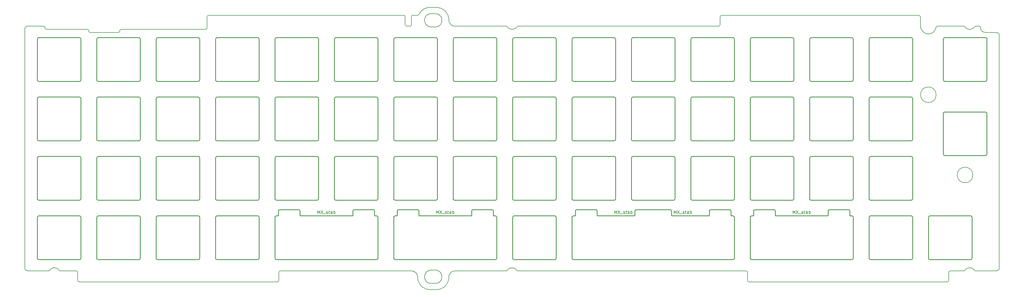
<source format=gbr>
G04 #@! TF.GenerationSoftware,KiCad,Pcbnew,8.0.2-1.fc39*
G04 #@! TF.CreationDate,2024-06-01T14:36:52-04:00*
G04 #@! TF.ProjectId,KeychronQ9OrthoIntegrated,4b657963-6872-46f6-9e51-394f7274686f,rev?*
G04 #@! TF.SameCoordinates,Original*
G04 #@! TF.FileFunction,Other,Comment*
%FSLAX46Y46*%
G04 Gerber Fmt 4.6, Leading zero omitted, Abs format (unit mm)*
G04 Created by KiCad (PCBNEW 8.0.2-1.fc39) date 2024-06-01 14:36:52*
%MOMM*%
%LPD*%
G01*
G04 APERTURE LIST*
%ADD10C,0.250000*%
%ADD11C,0.200000*%
%ADD12C,0.150000*%
G04 APERTURE END LIST*
D10*
X70489996Y-31910000D02*
X70417609Y-32169268D01*
X70228325Y-32349652D01*
X69989996Y-32410000D01*
X32390261Y-89060005D02*
X32317874Y-89319273D01*
X32128590Y-89499657D01*
X31890261Y-89560005D01*
X203340008Y-32410000D02*
X190340008Y-32410000D01*
X76039998Y-18410000D02*
X89039998Y-18410000D01*
X108089993Y-18410000D02*
X108349261Y-18482386D01*
X108529645Y-18671670D01*
X108589993Y-18910000D01*
D11*
X320896254Y-15235004D02*
X320846753Y-15018731D01*
X320713826Y-14849549D01*
X320520830Y-14750817D01*
X320396254Y-14735006D01*
D10*
X89040259Y-51460005D02*
X76040259Y-51460005D01*
X18890261Y-51460005D02*
X18630992Y-51387618D01*
X18450608Y-51198334D01*
X18390261Y-50960005D01*
X146190259Y-51460005D02*
X133190259Y-51460005D01*
D11*
X95896254Y-96235005D02*
X95896254Y-93735005D01*
D10*
X127640003Y-31910000D02*
X127567616Y-32169268D01*
X127378332Y-32349652D01*
X127140003Y-32410000D01*
X95090254Y-51460005D02*
X94830985Y-51387618D01*
X94650601Y-51198334D01*
X94590254Y-50960005D01*
D11*
X169214018Y-15033074D02*
X169085893Y-14860023D01*
X168903151Y-14756381D01*
X168760648Y-14735005D01*
D10*
X165740262Y-89060005D02*
X165740262Y-76060005D01*
X171290259Y-56510005D02*
X184290259Y-56510005D01*
X18390261Y-37960005D02*
X18462647Y-37700736D01*
X18651931Y-37520352D01*
X18890261Y-37460005D01*
D11*
X25783578Y-93235004D02*
X30896256Y-93235005D01*
X318402508Y-62472005D02*
G75*
G02*
X313402508Y-62472005I-2500000J0D01*
G01*
X313402508Y-62472005D02*
G75*
G02*
X318402508Y-62472005I2500000J0D01*
G01*
D10*
X254577008Y-73559611D02*
X248577008Y-73559611D01*
D11*
X45396253Y-15735005D02*
X45179980Y-15784505D01*
X45010797Y-15917432D01*
X44912064Y-16110427D01*
X44896253Y-16235004D01*
D10*
X70490258Y-89060005D02*
X70417871Y-89319273D01*
X70228587Y-89499657D01*
X69990258Y-89560005D01*
D11*
X169214018Y-15033074D02*
X169085893Y-14860023D01*
X168903151Y-14756381D01*
X168760648Y-14735005D01*
X172078484Y-92936930D02*
X172207153Y-93109983D01*
X172390803Y-93213627D01*
X172533578Y-93235005D01*
D10*
X228440247Y-70510005D02*
X228180978Y-70437618D01*
X228000594Y-70248334D01*
X227940247Y-70010005D01*
X247489983Y-70510000D02*
X247230714Y-70437613D01*
X247050330Y-70248329D01*
X246989983Y-70010000D01*
X108590254Y-57010005D02*
X108590254Y-70010005D01*
D11*
X142646254Y-12985005D02*
X142656629Y-13188740D01*
X142687074Y-13386762D01*
X142768125Y-13670841D01*
X142888563Y-13936298D01*
X143044926Y-14179673D01*
X143233754Y-14397505D01*
X143451585Y-14586332D01*
X143694960Y-14742695D01*
X143960417Y-14863133D01*
X144244496Y-14944184D01*
X144442518Y-14974629D01*
X144646254Y-14985005D01*
X136396254Y-14235005D02*
X136396254Y-11735005D01*
D10*
X318139988Y-89060010D02*
X318067601Y-89319278D01*
X317878317Y-89499662D01*
X317639988Y-89560010D01*
X56489996Y-18910000D02*
X56562382Y-18650731D01*
X56751666Y-18470347D01*
X56989996Y-18410000D01*
X208890252Y-37960005D02*
X208962638Y-37700736D01*
X209151922Y-37520352D01*
X209390252Y-37460005D01*
D11*
X325896254Y-16735005D02*
X322396252Y-16735005D01*
D10*
X222390252Y-89560005D02*
X209390252Y-89560005D01*
X203340274Y-89560005D02*
X190340274Y-89560005D01*
X203340269Y-51460005D02*
X190340269Y-51460005D01*
X285090008Y-37960000D02*
X285162394Y-37700731D01*
X285351678Y-37520347D01*
X285590008Y-37460000D01*
D11*
X237396254Y-11847377D02*
X237396254Y-14122633D01*
D10*
X114140003Y-32410000D02*
X113880734Y-32337613D01*
X113700350Y-32148329D01*
X113640003Y-31910000D01*
D11*
X168758930Y-93235005D02*
X168967751Y-93187937D01*
X169135368Y-93059098D01*
X169214018Y-92936935D01*
D10*
X127140259Y-75559611D02*
X126553279Y-75559611D01*
X184290259Y-37460005D02*
X184549527Y-37532391D01*
X184729911Y-37721675D01*
X184790259Y-37960005D01*
X208890252Y-70010005D02*
X208890252Y-57010005D01*
X222889990Y-18910000D02*
X222889990Y-31910000D01*
X37440256Y-57010005D02*
X37512642Y-56750736D01*
X37701926Y-56570352D01*
X37940256Y-56510005D01*
X184290259Y-56510005D02*
X184549527Y-56582391D01*
X184729911Y-56771675D01*
X184790259Y-57010005D01*
D11*
X150396254Y-12734992D02*
X150396254Y-12734988D01*
D10*
X89040259Y-37460005D02*
X89299527Y-37532391D01*
X89479911Y-37721675D01*
X89540259Y-37960005D01*
X227939985Y-31910000D02*
X227939985Y-18910000D01*
X114140264Y-37460005D02*
X127140264Y-37460005D01*
D11*
X144646254Y-14985005D02*
X146146254Y-14985005D01*
D10*
X222389990Y-18410000D02*
X222649258Y-18482386D01*
X222829642Y-18671670D01*
X222889990Y-18910000D01*
X190927291Y-75560005D02*
X190340269Y-75560005D01*
X247489983Y-56510000D02*
X260489983Y-56510000D01*
X76040259Y-37460005D02*
X89040259Y-37460005D01*
X108590254Y-50960005D02*
X108517867Y-51219273D01*
X108328583Y-51399657D01*
X108090254Y-51460005D01*
X170790259Y-89060005D02*
X170790259Y-76060005D01*
X56490258Y-37960005D02*
X56562644Y-37700736D01*
X56751928Y-37520352D01*
X56990258Y-37460005D01*
X246989988Y-89059611D02*
X247062374Y-89318879D01*
X247251658Y-89499263D01*
X247489988Y-89559611D01*
X146690259Y-57010005D02*
X146690259Y-70010005D01*
X127640259Y-89059611D02*
X127640259Y-76059611D01*
X127640003Y-18910000D02*
X127640003Y-31910000D01*
X279539998Y-75559611D02*
X279799266Y-75631997D01*
X279979650Y-75821281D01*
X280039998Y-76059611D01*
X31890261Y-75560005D02*
X32149529Y-75632391D01*
X32329913Y-75821675D01*
X32390261Y-76060005D01*
X37439995Y-18910000D02*
X37512381Y-18650731D01*
X37701665Y-18470347D01*
X37939995Y-18410000D01*
X32390000Y-31910000D02*
X32317613Y-32169268D01*
X32128329Y-32349652D01*
X31890000Y-32410000D01*
X108590254Y-37960005D02*
X108590254Y-50960005D01*
X32390000Y-18910000D02*
X32390000Y-31910000D01*
X152240259Y-70510005D02*
X151980990Y-70437618D01*
X151800606Y-70248334D01*
X151740259Y-70010005D01*
X69990258Y-37460005D02*
X70249526Y-37532391D01*
X70429910Y-37721675D01*
X70490258Y-37960005D01*
X279539983Y-70510000D02*
X266539983Y-70510000D01*
X304139988Y-89060010D02*
X304139988Y-76060010D01*
X322902508Y-18910000D02*
X322902508Y-31910000D01*
X114140264Y-51460005D02*
X113880995Y-51387618D01*
X113700611Y-51198334D01*
X113640264Y-50960005D01*
X31890000Y-32410000D02*
X18890000Y-32410000D01*
X222890252Y-57010005D02*
X222890252Y-70010005D01*
X208890252Y-37960005D02*
X208962638Y-37700736D01*
X209151922Y-37520352D01*
X209390252Y-37460005D01*
X37940256Y-89560005D02*
X37680987Y-89487618D01*
X37500603Y-89298334D01*
X37440256Y-89060005D01*
X280039998Y-50960000D02*
X279967611Y-51219268D01*
X279778327Y-51399652D01*
X279539998Y-51460000D01*
X89540259Y-37960005D02*
X89540259Y-50960005D01*
X95089993Y-32410000D02*
X94830724Y-32337613D01*
X94650340Y-32148329D01*
X94589993Y-31910000D01*
X208890252Y-50960005D02*
X208890252Y-37960005D01*
D11*
X307103408Y-14735018D02*
X306906500Y-14776367D01*
X306732468Y-14905422D01*
X306625143Y-15099658D01*
X306608985Y-15167190D01*
D10*
X285589993Y-56510000D02*
X298589993Y-56510000D01*
X165739998Y-31910000D02*
X165667611Y-32169268D01*
X165478327Y-32349652D01*
X165239998Y-32410000D01*
X75540259Y-76060005D02*
X75612645Y-75800736D01*
X75801929Y-75620352D01*
X76040259Y-75560005D01*
X190340269Y-51460005D02*
X190081000Y-51387618D01*
X189900616Y-51198334D01*
X189840269Y-50960005D01*
D11*
X310146254Y-96735005D02*
X310362526Y-96685504D01*
X310531709Y-96552577D01*
X310630442Y-96359581D01*
X310646254Y-96235005D01*
D10*
X132689998Y-31910000D02*
X132689998Y-18910000D01*
X70489996Y-31910000D02*
X70417609Y-32169268D01*
X70228325Y-32349652D01*
X69989996Y-32410000D01*
X241940247Y-50960005D02*
X241867860Y-51219273D01*
X241678576Y-51399657D01*
X241440247Y-51460005D01*
X189840008Y-18910000D02*
X189912394Y-18650731D01*
X190101678Y-18470347D01*
X190340008Y-18410000D01*
X165240259Y-51460005D02*
X152240259Y-51460005D01*
X285090008Y-37960000D02*
X285162394Y-37700731D01*
X285351678Y-37520347D01*
X285590008Y-37460000D01*
X210477267Y-73560005D02*
X210217998Y-73632391D01*
X210037614Y-73821675D01*
X209977267Y-74060005D01*
X171290259Y-75560005D02*
X184290259Y-75560005D01*
D11*
X311146254Y-93235005D02*
X315508930Y-93235002D01*
D10*
X285090008Y-31910000D02*
X285090008Y-18910000D01*
D11*
X140358869Y-11234673D02*
X138896144Y-11235002D01*
D10*
X209390252Y-70510005D02*
X209130983Y-70437618D01*
X208950599Y-70248334D01*
X208890252Y-70010005D01*
D11*
X135896254Y-11235005D02*
X73396254Y-11235005D01*
X322396252Y-16735005D02*
X322168608Y-16717639D01*
X321951471Y-16667274D01*
X321747434Y-16586504D01*
X321559094Y-16477925D01*
X321389047Y-16344132D01*
X321239887Y-16187721D01*
X321114210Y-16011288D01*
X321014613Y-15817428D01*
X320943689Y-15608736D01*
X320904035Y-15387808D01*
X320896254Y-15235007D01*
D10*
X51439995Y-18910000D02*
X51439995Y-31910000D01*
X108590254Y-50960005D02*
X108517867Y-51219273D01*
X108328583Y-51399657D01*
X108090254Y-51460005D01*
X228439985Y-18410000D02*
X241439985Y-18410000D01*
X132689998Y-18910000D02*
X132762384Y-18650731D01*
X132951668Y-18470347D01*
X133189998Y-18410000D01*
X50940256Y-89560005D02*
X37940256Y-89560005D01*
X94589993Y-31910000D02*
X94589993Y-18910000D01*
X171290259Y-37460005D02*
X184290259Y-37460005D01*
X241940247Y-89060005D02*
X241867860Y-89319273D01*
X241678576Y-89499657D01*
X241440247Y-89560005D01*
X70490258Y-70010005D02*
X70417871Y-70269273D01*
X70228587Y-70449657D01*
X69990258Y-70510005D01*
D11*
X14396254Y-92235005D02*
X14416570Y-92436539D01*
X14494864Y-92668546D01*
X14624605Y-92871097D01*
X14797937Y-93036340D01*
X15007008Y-93156420D01*
X15243963Y-93223482D01*
X15396254Y-93235005D01*
D10*
X31890261Y-51460005D02*
X18890261Y-51460005D01*
D11*
X311146254Y-93235005D02*
X315508930Y-93235002D01*
D10*
X108090254Y-51460005D02*
X95090254Y-51460005D01*
X89540259Y-37960005D02*
X89540259Y-50960005D01*
X209390252Y-51460005D02*
X209130983Y-51387618D01*
X208950599Y-51198334D01*
X208890252Y-50960005D01*
X37940256Y-70510005D02*
X37680987Y-70437618D01*
X37500603Y-70248334D01*
X37440256Y-70010005D01*
X184289998Y-32410000D02*
X171289998Y-32410000D01*
X240353267Y-73560005D02*
X234353267Y-73560005D01*
X299090008Y-31910000D02*
X299017621Y-32169268D01*
X298828337Y-32349652D01*
X298590008Y-32410000D01*
D11*
X144646254Y-92984992D02*
X146146254Y-92984992D01*
D10*
X69990258Y-75560005D02*
X70249526Y-75632391D01*
X70429910Y-75821675D01*
X70490258Y-76060005D01*
X146690259Y-57010005D02*
X146690259Y-70010005D01*
X165740259Y-70010005D02*
X165667872Y-70269273D01*
X165478588Y-70449657D01*
X165240259Y-70510005D01*
X203340269Y-51460005D02*
X190340269Y-51460005D01*
X165740259Y-57010005D02*
X165740259Y-70010005D01*
X102677279Y-74059611D02*
X102604892Y-73800342D01*
X102415608Y-73619958D01*
X102177279Y-73559611D01*
X280039983Y-57010000D02*
X280039983Y-70010000D01*
X280040003Y-18910000D02*
X280040003Y-31910000D01*
D11*
X246146254Y-96235005D02*
X246195754Y-96451277D01*
X246328681Y-96620460D01*
X246521677Y-96719193D01*
X246646254Y-96735005D01*
D10*
X260489988Y-89559611D02*
X247489988Y-89559611D01*
X18390261Y-50960005D02*
X18390261Y-37960005D01*
X266540003Y-32410000D02*
X266280734Y-32337613D01*
X266100350Y-32148329D01*
X266040003Y-31910000D01*
X165740259Y-57010005D02*
X165740259Y-70010005D01*
X241939985Y-18910000D02*
X241939985Y-31910000D01*
X95089993Y-18410000D02*
X108089993Y-18410000D01*
X146189998Y-32410000D02*
X133189998Y-32410000D01*
X56989996Y-18410000D02*
X69989996Y-18410000D01*
X260989998Y-37960000D02*
X260989998Y-50960000D01*
X266040003Y-18910000D02*
X266112389Y-18650731D01*
X266301673Y-18470347D01*
X266540003Y-18410000D01*
X37939995Y-32410000D02*
X37680726Y-32337613D01*
X37500342Y-32148329D01*
X37439995Y-31910000D01*
X266039998Y-37960000D02*
X266112384Y-37700731D01*
X266301668Y-37520347D01*
X266539998Y-37460000D01*
D11*
X73396254Y-11235005D02*
X73179981Y-11284505D01*
X73010798Y-11417432D01*
X72912065Y-11610428D01*
X72896254Y-11735005D01*
D10*
X51440256Y-57010005D02*
X51440256Y-70010005D01*
X108089993Y-32410000D02*
X95089993Y-32410000D01*
D11*
X315964080Y-92936874D02*
X316079964Y-92755110D01*
X316245061Y-92593881D01*
X316453061Y-92457393D01*
X316646113Y-92368842D01*
X316859357Y-92300968D01*
X317089563Y-92255924D01*
X317333502Y-92235864D01*
X317396254Y-92235005D01*
D10*
X209390252Y-70510005D02*
X209130983Y-70437618D01*
X208950599Y-70248334D01*
X208890252Y-70010005D01*
X50940256Y-51460005D02*
X37940256Y-51460005D01*
D11*
X170646254Y-15735005D02*
X170399373Y-15721525D01*
X170165420Y-15682521D01*
X169947622Y-15620147D01*
X169749210Y-15536555D01*
X169573414Y-15433898D01*
X169390392Y-15282048D01*
X169254063Y-15107980D01*
X169214018Y-15033074D01*
D10*
X164153282Y-73560005D02*
X158153282Y-73560005D01*
X260489983Y-70510000D02*
X247489983Y-70510000D01*
X18890261Y-51460005D02*
X18630992Y-51387618D01*
X18450608Y-51198334D01*
X18390261Y-50960005D01*
X157653281Y-75560005D02*
X140777282Y-75560004D01*
X127140264Y-70510005D02*
X114140264Y-70510005D01*
X209977269Y-75560005D02*
X197927289Y-75560004D01*
X146690259Y-37960005D02*
X146690259Y-50960005D01*
D11*
X310646254Y-96235005D02*
X310646254Y-93735005D01*
X315508930Y-93235002D02*
X315717780Y-93187923D01*
X315885418Y-93059058D01*
X315964080Y-92936874D01*
X306608985Y-15167190D02*
X306559955Y-15388419D01*
X306491854Y-15601817D01*
X306405634Y-15806433D01*
X306302248Y-16001314D01*
X306182648Y-16185506D01*
X306047787Y-16358059D01*
X305898616Y-16518018D01*
X305736089Y-16664433D01*
X305561158Y-16796349D01*
X305374775Y-16912815D01*
X305177893Y-17012879D01*
X304971465Y-17095587D01*
X304756442Y-17159988D01*
X304533778Y-17205128D01*
X304304425Y-17230056D01*
X304069335Y-17233819D01*
D10*
X132689998Y-18910000D02*
X132762384Y-18650731D01*
X132951668Y-18470347D01*
X133189998Y-18410000D01*
X216477267Y-73560005D02*
X210477267Y-73560005D01*
X165740262Y-89060005D02*
X165740262Y-76060005D01*
D11*
X31396254Y-96235005D02*
X31445754Y-96451277D01*
X31578681Y-96620460D01*
X31771677Y-96719193D01*
X31896254Y-96735005D01*
D10*
X50940256Y-51460005D02*
X37940256Y-51460005D01*
D11*
X140811632Y-10965466D02*
X140681215Y-11124937D01*
X140497454Y-11216368D01*
X140358869Y-11234673D01*
D10*
X132690259Y-50960005D02*
X132690259Y-37960005D01*
X96177279Y-73559611D02*
X95918010Y-73631997D01*
X95737626Y-73821281D01*
X95677279Y-74059611D01*
X37940256Y-75560005D02*
X50940256Y-75560005D01*
X31890261Y-56510005D02*
X32149529Y-56582391D01*
X32329913Y-56771675D01*
X32390261Y-57010005D01*
D11*
X44396254Y-16735005D02*
X35396253Y-16735005D01*
D10*
X309402508Y-42222500D02*
X322402508Y-42222500D01*
D11*
X245646253Y-93235005D02*
X245862526Y-93284505D01*
X246031709Y-93417432D01*
X246130442Y-93610428D01*
X246146254Y-93735005D01*
D10*
X152240259Y-70510005D02*
X151980990Y-70437618D01*
X151800606Y-70248334D01*
X151740259Y-70010005D01*
X113640264Y-70010005D02*
X113640264Y-57010005D01*
X189840274Y-89060005D02*
X189840274Y-76060005D01*
X51440256Y-50960005D02*
X51367869Y-51219273D01*
X51178585Y-51399657D01*
X50940256Y-51460005D01*
X165239998Y-18410000D02*
X165499266Y-18482386D01*
X165679650Y-18671670D01*
X165739998Y-18910000D01*
D11*
X304069335Y-17233819D02*
X303816636Y-17212855D01*
X303572370Y-17166330D01*
X303337623Y-17095671D01*
X303113480Y-17002307D01*
X302901029Y-16887668D01*
X302701354Y-16753182D01*
X302515541Y-16600278D01*
X302344678Y-16430385D01*
X302189849Y-16244932D01*
X302052141Y-16045347D01*
X301932639Y-15833060D01*
X301832430Y-15609500D01*
X301752599Y-15376095D01*
X301694234Y-15134273D01*
X301658418Y-14885466D01*
X301646240Y-14631100D01*
D10*
X279539998Y-51460000D02*
X266539998Y-51460000D01*
D11*
X150396254Y-12734988D02*
X150391023Y-12529952D01*
X150375502Y-12327517D01*
X150349946Y-12127939D01*
X150269758Y-11738376D01*
X150152510Y-11363315D01*
X150000252Y-11004807D01*
X149815035Y-10664903D01*
X149598909Y-10345653D01*
X149353927Y-10049108D01*
X149082137Y-9777318D01*
X148785592Y-9532336D01*
X148466342Y-9316210D01*
X148126438Y-9130993D01*
X147767930Y-8978735D01*
X147392869Y-8861487D01*
X147003306Y-8781299D01*
X146803728Y-8755743D01*
X146601293Y-8740222D01*
X146396258Y-8734992D01*
D10*
X171289998Y-32410000D02*
X171030729Y-32337613D01*
X170850345Y-32148329D01*
X170789998Y-31910000D01*
D11*
X136396254Y-14235005D02*
X136396254Y-11735005D01*
D10*
X31890261Y-89560005D02*
X18890261Y-89560005D01*
X246989998Y-18910000D02*
X247062384Y-18650731D01*
X247251668Y-18470347D01*
X247489998Y-18410000D01*
X222390252Y-70510005D02*
X209390252Y-70510005D01*
X152240259Y-56510005D02*
X165240259Y-56510005D01*
X304139988Y-76060010D02*
X304212374Y-75800741D01*
X304401658Y-75620357D01*
X304639988Y-75560010D01*
X18390261Y-70010005D02*
X18390261Y-57010005D01*
X89040259Y-56510005D02*
X89299527Y-56582391D01*
X89479911Y-56771675D01*
X89540259Y-57010005D01*
X127640264Y-50960005D02*
X127567877Y-51219273D01*
X127378593Y-51399657D01*
X127140264Y-51460005D01*
X248077010Y-75559611D02*
X247489988Y-75559611D01*
X76040259Y-51460005D02*
X75780990Y-51387618D01*
X75600606Y-51198334D01*
X75540259Y-50960005D01*
X170789998Y-31910000D02*
X170789998Y-18910000D01*
X75540259Y-37960005D02*
X75612645Y-37700736D01*
X75801929Y-37520352D01*
X76040259Y-37460005D01*
X191427289Y-73560005D02*
X191168020Y-73632391D01*
X190987636Y-73821675D01*
X190927289Y-74060005D01*
X285090008Y-18910000D02*
X285162394Y-18650731D01*
X285351678Y-18470347D01*
X285590008Y-18410000D01*
X108090254Y-37460005D02*
X108349522Y-37532391D01*
X108529906Y-37721675D01*
X108590254Y-37960005D01*
D11*
X237396254Y-14122633D02*
X237358938Y-14332626D01*
X237255965Y-14511577D01*
X237100797Y-14646024D01*
X236906894Y-14722506D01*
X236783882Y-14735005D01*
X138396254Y-11735005D02*
X138396254Y-14235005D01*
D10*
X184290259Y-51460005D02*
X171290259Y-51460005D01*
X322402508Y-18410000D02*
X322661776Y-18482386D01*
X322842160Y-18671670D01*
X322902508Y-18910000D01*
X132690262Y-76060005D02*
X132762648Y-75800736D01*
X132951932Y-75620352D01*
X133190262Y-75560005D01*
X280039998Y-76059611D02*
X280039998Y-89059611D01*
D11*
X34896253Y-16235006D02*
X34896253Y-16235005D01*
D10*
X165739998Y-18910000D02*
X165739998Y-31910000D01*
X322902508Y-55722500D02*
X322830121Y-55981768D01*
X322640837Y-56162152D01*
X322402508Y-56222500D01*
D11*
X236783882Y-14735005D02*
X172533579Y-14735007D01*
D10*
X170789998Y-18910000D02*
X170862384Y-18650731D01*
X171051668Y-18470347D01*
X171289998Y-18410000D01*
X126553279Y-74059611D02*
X126480892Y-73800342D01*
X126291608Y-73619958D01*
X126053279Y-73559611D01*
X184790259Y-70010005D02*
X184717872Y-70269273D01*
X184528588Y-70449657D01*
X184290259Y-70510005D01*
X308902508Y-31910000D02*
X308902508Y-18910000D01*
X32390261Y-50960005D02*
X32317874Y-51219273D01*
X32128590Y-51399657D01*
X31890261Y-51460005D01*
X227940247Y-70010005D02*
X227940247Y-57010005D01*
X266539998Y-51460000D02*
X266280729Y-51387613D01*
X266100345Y-51198329D01*
X266039998Y-50960000D01*
X208889990Y-18910000D02*
X208962376Y-18650731D01*
X209151660Y-18470347D01*
X209389990Y-18410000D01*
D11*
X95896254Y-93735005D02*
X95945754Y-93518732D01*
X96078681Y-93349549D01*
X96271677Y-93250816D01*
X96396254Y-93235005D01*
D10*
X309402508Y-56222500D02*
X309143239Y-56150113D01*
X308962855Y-55960829D01*
X308902508Y-55722500D01*
X37940256Y-70510005D02*
X37680987Y-70437618D01*
X37500603Y-70248334D01*
X37440256Y-70010005D01*
D11*
X144396250Y-99235005D02*
X146396260Y-99235005D01*
D10*
X322902508Y-18910000D02*
X322902508Y-31910000D01*
X170790259Y-37960005D02*
X170862645Y-37700736D01*
X171051929Y-37520352D01*
X171290259Y-37460005D01*
X108090254Y-56510005D02*
X108349522Y-56582391D01*
X108529906Y-56771675D01*
X108590254Y-57010005D01*
X165240272Y-89560005D02*
X152240272Y-89560005D01*
X203840008Y-18910000D02*
X203840008Y-31910000D01*
X285089993Y-70010000D02*
X285089993Y-57010000D01*
X260989998Y-50960000D02*
X260917611Y-51219268D01*
X260728327Y-51399652D01*
X260489998Y-51460000D01*
X260989983Y-70010000D02*
X260917596Y-70269268D01*
X260728312Y-70449652D01*
X260489983Y-70510000D01*
X322402508Y-42222500D02*
X322661776Y-42294886D01*
X322842160Y-42484170D01*
X322902508Y-42722500D01*
X18390261Y-89060005D02*
X18390261Y-76060005D01*
X76040259Y-56510005D02*
X89040259Y-56510005D01*
D11*
X44896253Y-16235004D02*
X44896253Y-16235005D01*
D10*
X18890261Y-37460005D02*
X31890261Y-37460005D01*
X164653282Y-74060005D02*
X164580895Y-73800736D01*
X164391611Y-73620352D01*
X164153282Y-73560005D01*
D11*
X307103408Y-14735018D02*
X306906500Y-14776367D01*
X306732468Y-14905422D01*
X306625143Y-15099658D01*
X306608985Y-15167190D01*
D10*
X133190262Y-89560005D02*
X132930993Y-89487618D01*
X132750609Y-89298334D01*
X132690262Y-89060005D01*
D11*
X301646254Y-12127840D02*
X301633755Y-11911880D01*
X301585628Y-11686071D01*
X301486680Y-11477723D01*
X301325154Y-11317494D01*
X301126816Y-11242294D01*
X301033881Y-11235005D01*
D10*
X189840269Y-37960005D02*
X189912655Y-37700736D01*
X190101939Y-37520352D01*
X190340269Y-37460005D01*
D11*
X44896253Y-16235004D02*
X44896253Y-16235005D01*
D10*
X209390252Y-56510005D02*
X222390252Y-56510005D01*
D11*
X320396254Y-14735006D02*
X319283578Y-14735007D01*
D10*
X140277282Y-73560005D02*
X134277282Y-73560005D01*
X89039998Y-32410000D02*
X76039998Y-32410000D01*
X184290259Y-89560005D02*
X171290259Y-89560005D01*
X247489998Y-51460000D02*
X247230729Y-51387613D01*
X247050345Y-51198329D01*
X246989998Y-50960000D01*
X113640264Y-57010005D02*
X113712650Y-56750736D01*
X113901934Y-56570352D01*
X114140264Y-56510005D01*
X190927289Y-74060005D02*
X190927289Y-74349219D01*
X190927289Y-74601539D01*
X190927289Y-74880225D01*
X190927289Y-75150122D01*
X190927290Y-75421576D01*
X190927291Y-75560005D01*
D11*
X144396250Y-8734992D02*
X144105176Y-8745552D01*
X143819590Y-8776742D01*
X143540231Y-8827821D01*
X143267838Y-8898050D01*
X143003152Y-8986691D01*
X142746910Y-9093004D01*
X142499853Y-9216249D01*
X142262720Y-9355688D01*
X142036250Y-9510582D01*
X141821182Y-9680190D01*
X141618256Y-9863775D01*
X141428212Y-10060596D01*
X141251787Y-10269915D01*
X141089723Y-10490992D01*
X140942758Y-10723089D01*
X140811632Y-10965466D01*
D10*
X69990258Y-89560005D02*
X56990258Y-89560005D01*
X76039998Y-32410000D02*
X75780729Y-32337613D01*
X75600345Y-32148329D01*
X75539998Y-31910000D01*
X56990258Y-37460005D02*
X69990258Y-37460005D01*
X37440256Y-57010005D02*
X37512642Y-56750736D01*
X37701926Y-56570352D01*
X37940256Y-56510005D01*
X209389990Y-18410000D02*
X222389990Y-18410000D01*
D11*
X146146254Y-97234992D02*
X144646254Y-97234992D01*
D10*
X247489998Y-18410000D02*
X260489998Y-18410000D01*
X127640259Y-76059611D02*
X127567872Y-75800342D01*
X127378588Y-75619958D01*
X127140259Y-75559611D01*
X51440256Y-37960005D02*
X51440256Y-50960005D01*
X240853267Y-74060005D02*
X240780880Y-73800736D01*
X240591596Y-73620352D01*
X240353267Y-73560005D01*
X114140264Y-70510005D02*
X113880995Y-70437618D01*
X113700611Y-70248334D01*
X113640264Y-70010005D01*
D11*
X72896254Y-11735005D02*
X72896253Y-15235004D01*
D10*
X171290259Y-70510005D02*
X171030990Y-70437618D01*
X170850606Y-70248334D01*
X170790259Y-70010005D01*
X37940256Y-56510005D02*
X50940256Y-56510005D01*
X222390269Y-89560005D02*
X209390269Y-89560005D01*
X165740262Y-76060005D02*
X165667875Y-75800736D01*
X165478591Y-75620352D01*
X165240262Y-75560005D01*
X127640264Y-37960005D02*
X127640264Y-50960005D01*
X228440247Y-56510005D02*
X241440247Y-56510005D01*
X140777282Y-74060005D02*
X140704895Y-73800736D01*
X140515611Y-73620352D01*
X140277282Y-73560005D01*
D11*
X21396253Y-15735005D02*
X21179980Y-15685504D01*
X21010797Y-15552577D01*
X20912064Y-15359582D01*
X20896253Y-15235006D01*
D10*
X70490258Y-70010005D02*
X70417871Y-70269273D01*
X70228587Y-70449657D01*
X69990258Y-70510005D01*
X247489988Y-89559611D02*
X247230719Y-89487224D01*
X247050335Y-89297940D01*
X246989988Y-89059611D01*
D11*
X317396254Y-92235005D02*
X317643122Y-92248483D01*
X317877065Y-92287483D01*
X318094853Y-92349852D01*
X318293257Y-92433437D01*
X318469046Y-92536085D01*
X318652061Y-92687923D01*
X318788388Y-92861978D01*
X318828433Y-92936880D01*
X310646254Y-96235005D02*
X310646254Y-93735005D01*
X72896253Y-15235004D02*
X72896253Y-15235005D01*
X138396256Y-93235005D02*
X138599991Y-93245380D01*
X138798013Y-93275825D01*
X139082092Y-93356876D01*
X139347549Y-93477314D01*
X139590923Y-93633677D01*
X139808754Y-93822504D01*
X139997581Y-94040335D01*
X140153944Y-94283709D01*
X140274382Y-94549166D01*
X140355433Y-94833245D01*
X140385878Y-95031267D01*
X140396254Y-95235003D01*
D10*
X31890261Y-37460005D02*
X32149529Y-37532391D01*
X32329913Y-37721675D01*
X32390261Y-37960005D01*
X190340269Y-89560005D02*
X222390269Y-89560005D01*
X18890261Y-75560005D02*
X31890261Y-75560005D01*
X171289998Y-18410000D02*
X184289998Y-18410000D01*
D11*
X138896144Y-11235002D02*
X138679919Y-11284540D01*
X138510773Y-11417476D01*
X138412062Y-11610452D01*
X138396254Y-11735005D01*
D10*
X151740259Y-70010005D02*
X151740259Y-57010005D01*
X94590254Y-70010005D02*
X94590254Y-57010005D01*
X299090008Y-37960000D02*
X299090008Y-50960000D01*
X203340008Y-18410000D02*
X203599276Y-18482386D01*
X203779660Y-18671670D01*
X203840008Y-18910000D01*
X241439985Y-18410000D02*
X241699253Y-18482386D01*
X241879637Y-18671670D01*
X241939985Y-18910000D01*
X260489983Y-70510000D02*
X247489983Y-70510000D01*
D11*
X326896254Y-92235005D02*
X326896254Y-17735005D01*
D10*
X56490258Y-89060005D02*
X56490258Y-76060005D01*
D11*
X320396254Y-14735006D02*
X319283578Y-14735007D01*
D10*
X18890261Y-89560005D02*
X18630992Y-89487618D01*
X18450608Y-89298334D01*
X18390261Y-89060005D01*
X146690259Y-50960005D02*
X146617872Y-51219273D01*
X146428588Y-51399657D01*
X146190259Y-51460005D01*
X247489988Y-75559611D02*
X247230719Y-75631997D01*
X247050335Y-75821281D01*
X246989988Y-76059611D01*
X260489998Y-18410000D02*
X260749266Y-18482386D01*
X260929650Y-18671670D01*
X260989998Y-18910000D01*
X50940256Y-56510005D02*
X51199524Y-56582391D01*
X51379908Y-56771675D01*
X51440256Y-57010005D01*
X222390252Y-37460005D02*
X222649520Y-37532391D01*
X222829904Y-37721675D01*
X222890252Y-37960005D01*
X113640003Y-18910000D02*
X113712389Y-18650731D01*
X113901673Y-18470347D01*
X114140003Y-18410000D01*
X152240259Y-51460005D02*
X151980990Y-51387618D01*
X151800606Y-51198334D01*
X151740259Y-50960005D01*
X184290259Y-75560005D02*
X184549527Y-75632391D01*
X184729911Y-75821675D01*
X184790259Y-76060005D01*
D11*
X148146254Y-95234992D02*
X148135878Y-95438727D01*
X148105433Y-95636749D01*
X148024382Y-95920828D01*
X147903944Y-96186285D01*
X147747581Y-96429660D01*
X147558754Y-96647492D01*
X147340922Y-96836319D01*
X147097547Y-96992682D01*
X146832090Y-97113120D01*
X146548011Y-97194171D01*
X146349989Y-97224616D01*
X146146254Y-97234992D01*
X44896253Y-16235005D02*
X44846752Y-16451277D01*
X44713825Y-16620460D01*
X44520830Y-16719193D01*
X44396254Y-16735005D01*
D10*
X227940247Y-37960005D02*
X228012633Y-37700736D01*
X228201917Y-37520352D01*
X228440247Y-37460005D01*
X209977269Y-75560005D02*
X209390247Y-75560005D01*
X76040259Y-89560005D02*
X75780990Y-89487618D01*
X75600606Y-89298334D01*
X75540259Y-89060005D01*
X279539998Y-37460000D02*
X279799266Y-37532386D01*
X279979650Y-37721670D01*
X280039998Y-37960000D01*
X89039998Y-32410000D02*
X76039998Y-32410000D01*
D11*
X136896254Y-14735005D02*
X136679981Y-14685504D01*
X136510798Y-14552577D01*
X136412065Y-14359581D01*
X136396254Y-14235005D01*
D10*
X247489983Y-56510000D02*
X260489983Y-56510000D01*
X285590008Y-75560010D02*
X298590008Y-75560010D01*
X285089993Y-70010000D02*
X285089993Y-57010000D01*
X208889990Y-31910000D02*
X208889990Y-18910000D01*
D11*
X146146254Y-10735005D02*
X144646254Y-10735005D01*
X238008626Y-11235005D02*
X237798632Y-11272320D01*
X237619681Y-11375293D01*
X237485234Y-11530461D01*
X237408752Y-11724364D01*
X237396254Y-11847377D01*
D10*
X298589993Y-70510000D02*
X285589993Y-70510000D01*
X102677279Y-75559611D02*
X102677279Y-74059611D01*
X56490258Y-50960005D02*
X56490258Y-37960005D01*
X322402508Y-56222500D02*
X309402508Y-56222500D01*
X266540003Y-18410000D02*
X279540003Y-18410000D01*
X114140264Y-56510005D02*
X127140264Y-56510005D01*
X279539988Y-89559611D02*
X279799256Y-89487224D01*
X279979640Y-89297940D01*
X280039988Y-89059611D01*
X285589993Y-70510000D02*
X285330724Y-70437613D01*
X285150340Y-70248329D01*
X285089993Y-70010000D01*
X280039983Y-70010000D02*
X279967596Y-70269268D01*
X279778312Y-70449652D01*
X279539983Y-70510000D01*
X304639988Y-75560010D02*
X317639988Y-75560010D01*
D11*
X31896254Y-96735005D02*
X95396254Y-96735005D01*
D10*
X56990258Y-89560005D02*
X56730989Y-89487618D01*
X56550605Y-89298334D01*
X56490258Y-89060005D01*
X132690262Y-89060005D02*
X132762648Y-89319273D01*
X132951932Y-89499657D01*
X133190262Y-89560005D01*
X132690262Y-76060005D02*
X132690262Y-89060005D01*
X75540259Y-57010005D02*
X75612645Y-56750736D01*
X75801929Y-56570352D01*
X76040259Y-56510005D01*
X126553279Y-74059611D02*
X126480892Y-73800342D01*
X126291608Y-73619958D01*
X126053279Y-73559611D01*
X133190259Y-56510005D02*
X146190259Y-56510005D01*
X197927289Y-75560004D02*
X197927289Y-74060005D01*
X271953008Y-74059611D02*
X271953007Y-75559611D01*
X94590259Y-76059611D02*
X94590259Y-89059611D01*
X228440247Y-37460005D02*
X241440247Y-37460005D01*
X56989996Y-32410000D02*
X56730727Y-32337613D01*
X56550343Y-32148329D01*
X56489996Y-31910000D01*
X127140259Y-75559611D02*
X126553279Y-75559611D01*
D11*
X148146254Y-12735005D02*
X148135878Y-12531269D01*
X148105433Y-12333247D01*
X148024382Y-12049168D01*
X147903944Y-11783711D01*
X147747581Y-11540336D01*
X147558754Y-11322505D01*
X147340922Y-11133677D01*
X147097547Y-10977314D01*
X146832090Y-10856876D01*
X146548011Y-10775825D01*
X146349989Y-10745380D01*
X146146254Y-10735005D01*
D10*
X56490258Y-70010005D02*
X56490258Y-57010005D01*
X184290259Y-56510005D02*
X184549527Y-56582391D01*
X184729911Y-56771675D01*
X184790259Y-57010005D01*
X170790259Y-50960005D02*
X170790259Y-37960005D01*
X298590008Y-37460000D02*
X298849276Y-37532386D01*
X299029660Y-37721670D01*
X299090008Y-37960000D01*
X279539998Y-89559611D02*
X266539998Y-89559611D01*
X133189998Y-18410000D02*
X146189998Y-18410000D01*
X280039983Y-57010000D02*
X280039983Y-70010000D01*
D11*
X20396254Y-14735005D02*
X15396254Y-14735005D01*
D10*
X260489983Y-56510000D02*
X260749251Y-56582386D01*
X260929635Y-56771670D01*
X260989983Y-57010000D01*
X260989998Y-50960000D02*
X260917611Y-51219268D01*
X260728327Y-51399652D01*
X260489998Y-51460000D01*
D11*
X325896254Y-93235005D02*
X326097788Y-93214688D01*
X326329795Y-93136394D01*
X326532346Y-93006653D01*
X326697589Y-92833321D01*
X326817669Y-92624250D01*
X326884731Y-92387295D01*
X326896254Y-92235005D01*
D10*
X209390252Y-51460005D02*
X209130983Y-51387618D01*
X208950599Y-51198334D01*
X208890252Y-50960005D01*
D11*
X318402508Y-62472005D02*
G75*
G02*
X313402508Y-62472005I-2500000J0D01*
G01*
X313402508Y-62472005D02*
G75*
G02*
X318402508Y-62472005I2500000J0D01*
G01*
D10*
X32390261Y-50960005D02*
X32317874Y-51219273D01*
X32128590Y-51399657D01*
X31890261Y-51460005D01*
X222390252Y-51460005D02*
X209390252Y-51460005D01*
D11*
X150396254Y-95235005D02*
X150406629Y-95031269D01*
X150437074Y-94833247D01*
X150518125Y-94549168D01*
X150638563Y-94283711D01*
X150794926Y-94040336D01*
X150983754Y-93822505D01*
X151201585Y-93633677D01*
X151444960Y-93477314D01*
X151710417Y-93356876D01*
X151994496Y-93275825D01*
X152192518Y-93245380D01*
X152396254Y-93235005D01*
D10*
X184790259Y-76060005D02*
X184790259Y-89060005D01*
X146190259Y-70510005D02*
X133190259Y-70510005D01*
X189840008Y-31910000D02*
X189840008Y-18910000D01*
X120053279Y-73559611D02*
X119794010Y-73631997D01*
X119613626Y-73821281D01*
X119553279Y-74059611D01*
X266539998Y-37460000D02*
X279539998Y-37460000D01*
X94590254Y-50960005D02*
X94590254Y-37960005D01*
X126553279Y-75559611D02*
X126553279Y-74059611D01*
D11*
X318828433Y-92936880D02*
X318957118Y-93109958D01*
X319140786Y-93213620D01*
X319283578Y-93235002D01*
D10*
X165240259Y-51460005D02*
X152240259Y-51460005D01*
D11*
X318828439Y-15033124D02*
X318712553Y-15214890D01*
X318547456Y-15376121D01*
X318339454Y-15512611D01*
X318146400Y-15601165D01*
X317933155Y-15669040D01*
X317702947Y-15714084D01*
X317459006Y-15734145D01*
X317396254Y-15735005D01*
X144646254Y-10735005D02*
X144442518Y-10745380D01*
X144244496Y-10775825D01*
X143960417Y-10856876D01*
X143694960Y-10977314D01*
X143451585Y-11133677D01*
X143233754Y-11322505D01*
X143044926Y-11540336D01*
X142888563Y-11783711D01*
X142768125Y-12049168D01*
X142687074Y-12333247D01*
X142656629Y-12531269D01*
X142646254Y-12735005D01*
X35396253Y-16735005D02*
X35179980Y-16685504D01*
X35010797Y-16552577D01*
X34912064Y-16359582D01*
X34896253Y-16235006D01*
D10*
X241440247Y-89560005D02*
X228440247Y-89560005D01*
X248077010Y-75559611D02*
X247489988Y-75559611D01*
X94590254Y-57010005D02*
X94662640Y-56750736D01*
X94851924Y-56570352D01*
X95090254Y-56510005D01*
X171289998Y-32410000D02*
X171030729Y-32337613D01*
X170850345Y-32148329D01*
X170789998Y-31910000D01*
X280040003Y-31910000D02*
X279967616Y-32169268D01*
X279778332Y-32349652D01*
X279540003Y-32410000D01*
X18390261Y-76060005D02*
X18462647Y-75800736D01*
X18651931Y-75620352D01*
X18890261Y-75560005D01*
X108589993Y-18910000D02*
X108589993Y-31910000D01*
X50939995Y-32410000D02*
X37939995Y-32410000D01*
X151739998Y-18910000D02*
X151812384Y-18650731D01*
X152001668Y-18470347D01*
X152239998Y-18410000D01*
D11*
X23896254Y-92235005D02*
X24143131Y-92248484D01*
X24377083Y-92287487D01*
X24594878Y-92349860D01*
X24793288Y-92433451D01*
X24969083Y-92536105D01*
X25152103Y-92687953D01*
X25288432Y-92862018D01*
X25328478Y-92936924D01*
X140811632Y-10965466D02*
X140681215Y-11124937D01*
X140497454Y-11216368D01*
X140358869Y-11234673D01*
D10*
X37940256Y-37460005D02*
X50940256Y-37460005D01*
X285590008Y-18410000D02*
X298590008Y-18410000D01*
X228440247Y-70510005D02*
X228180978Y-70437618D01*
X228000594Y-70248334D01*
X227940247Y-70010005D01*
X299090008Y-50960000D02*
X299017621Y-51219268D01*
X298828337Y-51399652D01*
X298590008Y-51460000D01*
X247489988Y-89559611D02*
X279539988Y-89559611D01*
D11*
X25328478Y-92936924D02*
X25457149Y-93109980D01*
X25640801Y-93213626D01*
X25783578Y-93235004D01*
X21396253Y-15735005D02*
X21179980Y-15685504D01*
X21010797Y-15552577D01*
X20912064Y-15359582D01*
X20896253Y-15235006D01*
D10*
X151740259Y-37960005D02*
X151812645Y-37700736D01*
X152001929Y-37520352D01*
X152240259Y-37460005D01*
X285590008Y-37460000D02*
X298590008Y-37460000D01*
X133190259Y-56510005D02*
X146190259Y-56510005D01*
X170790259Y-89060005D02*
X170790259Y-76060005D01*
X120053279Y-73559611D02*
X119794010Y-73631997D01*
X119613626Y-73821281D01*
X119553279Y-74059611D01*
X56990258Y-75560005D02*
X69990258Y-75560005D01*
X322402508Y-42222500D02*
X322661776Y-42294886D01*
X322842160Y-42484170D01*
X322902508Y-42722500D01*
X146190259Y-56510005D02*
X146449527Y-56582391D01*
X146629911Y-56771675D01*
X146690259Y-57010005D01*
X51440256Y-76060005D02*
X51440256Y-89060005D01*
D11*
X140396254Y-95235003D02*
X140396254Y-95235009D01*
D10*
X221303289Y-73560005D02*
X215303289Y-73560005D01*
X127640003Y-31910000D02*
X127567616Y-32169268D01*
X127378332Y-32349652D01*
X127140003Y-32410000D01*
X208889990Y-18910000D02*
X208962376Y-18650731D01*
X209151660Y-18470347D01*
X209389990Y-18410000D01*
X285090008Y-50960000D02*
X285090008Y-37960000D01*
X246989983Y-70010000D02*
X246989983Y-57010000D01*
X94590259Y-89059611D02*
X94662645Y-89318879D01*
X94851929Y-89499263D01*
X95090259Y-89559611D01*
X247489998Y-32410000D02*
X247230729Y-32337613D01*
X247050345Y-32148329D01*
X246989998Y-31910000D01*
X260989998Y-18910000D02*
X260989998Y-31910000D01*
X113640003Y-31910000D02*
X113640003Y-18910000D01*
X322902508Y-55722500D02*
X322830121Y-55981768D01*
X322640837Y-56162152D01*
X322402508Y-56222500D01*
X318139988Y-76060010D02*
X318139988Y-89060010D01*
X158153282Y-73560005D02*
X157894013Y-73632391D01*
X157713629Y-73821675D01*
X157653282Y-74060005D01*
X299090008Y-18910000D02*
X299090008Y-31910000D01*
X240853266Y-75560005D02*
X240853267Y-74060005D01*
X32390000Y-18910000D02*
X32390000Y-31910000D01*
X189840269Y-76060005D02*
X189840269Y-89060005D01*
X190340008Y-32410000D02*
X190080739Y-32337613D01*
X189900355Y-32148329D01*
X189840008Y-31910000D01*
X227939985Y-31910000D02*
X227939985Y-18910000D01*
X222390252Y-51460005D02*
X209390252Y-51460005D01*
D11*
X146396260Y-99235005D02*
X146601295Y-99229774D01*
X146803730Y-99214253D01*
X147003308Y-99188697D01*
X147392871Y-99108509D01*
X147767931Y-98991261D01*
X148126439Y-98839003D01*
X148466343Y-98653786D01*
X148785593Y-98437661D01*
X149082138Y-98192678D01*
X149353927Y-97920889D01*
X149598910Y-97624344D01*
X149815035Y-97305094D01*
X150000252Y-96965190D01*
X150152510Y-96606682D01*
X150269758Y-96231622D01*
X150349946Y-95842059D01*
X150375502Y-95642481D01*
X150391023Y-95440046D01*
X150396254Y-95235011D01*
D10*
X89040259Y-89560005D02*
X76040259Y-89560005D01*
X114140264Y-56510005D02*
X127140264Y-56510005D01*
X37440256Y-37960005D02*
X37512642Y-37700736D01*
X37701926Y-37520352D01*
X37940256Y-37460005D01*
X165240259Y-70510005D02*
X152240259Y-70510005D01*
D11*
X319283578Y-14735007D02*
X319074732Y-14782083D01*
X318907098Y-14910944D01*
X318828439Y-15033124D01*
D10*
X51439995Y-31910000D02*
X51367608Y-32169268D01*
X51178324Y-32349652D01*
X50939995Y-32410000D01*
X308902508Y-18910000D02*
X308974894Y-18650731D01*
X309164178Y-18470347D01*
X309402508Y-18410000D01*
D11*
X172533579Y-14735007D02*
X172324740Y-14782080D01*
X172157112Y-14910933D01*
X172078457Y-15033108D01*
D10*
X69989996Y-32410000D02*
X56989996Y-32410000D01*
D11*
X148146254Y-12985005D02*
X148146254Y-12735005D01*
D10*
X51440256Y-70010005D02*
X51367869Y-70269273D01*
X51178585Y-70449657D01*
X50940256Y-70510005D01*
X89539998Y-18910000D02*
X89539998Y-31910000D01*
X133189998Y-32410000D02*
X132930729Y-32337613D01*
X132750345Y-32148329D01*
X132689998Y-31910000D01*
X190340269Y-70510005D02*
X190081000Y-70437618D01*
X189900616Y-70248334D01*
X189840269Y-70010005D01*
X318139988Y-76060010D02*
X318139988Y-89060010D01*
X285090008Y-76060010D02*
X285162394Y-75800741D01*
X285351678Y-75620357D01*
X285590008Y-75560010D01*
X222890252Y-50960005D02*
X222817865Y-51219273D01*
X222628581Y-51399657D01*
X222390252Y-51460005D01*
D11*
X246146254Y-96235005D02*
X246195754Y-96451277D01*
X246328681Y-96620460D01*
X246521677Y-96719193D01*
X246646254Y-96735005D01*
D10*
X165239998Y-32410000D02*
X152239998Y-32410000D01*
D11*
X172533578Y-93235005D02*
X245646253Y-93235005D01*
D10*
X309402508Y-18410000D02*
X322402508Y-18410000D01*
D11*
X144646254Y-97234992D02*
X144442518Y-97224616D01*
X144244496Y-97194171D01*
X143960417Y-97113120D01*
X143694960Y-96992682D01*
X143451585Y-96836319D01*
X143233754Y-96647492D01*
X143044926Y-96429660D01*
X142888563Y-96186285D01*
X142768125Y-95920828D01*
X142687074Y-95636749D01*
X142656629Y-95438727D01*
X142646254Y-95234992D01*
D10*
X94590259Y-89059611D02*
X94662645Y-89318879D01*
X94851929Y-89499263D01*
X95090259Y-89559611D01*
X255077008Y-74059611D02*
X255004621Y-73800342D01*
X254815337Y-73619958D01*
X254577008Y-73559611D01*
X146689998Y-31910000D02*
X146617611Y-32169268D01*
X146428327Y-32349652D01*
X146189998Y-32410000D01*
X171289998Y-18410000D02*
X184289998Y-18410000D01*
X190340008Y-18410000D02*
X203340008Y-18410000D01*
X285590008Y-18410000D02*
X298590008Y-18410000D01*
X108089993Y-32410000D02*
X95089993Y-32410000D01*
X184789998Y-18910000D02*
X184789998Y-31910000D01*
X184790259Y-89060005D02*
X184717872Y-89319273D01*
X184528588Y-89499657D01*
X184290259Y-89560005D01*
X50940256Y-70510005D02*
X37940256Y-70510005D01*
X241940247Y-89060005D02*
X241940247Y-76060005D01*
X102677279Y-75559611D02*
X102677279Y-74059611D01*
X95089993Y-32410000D02*
X94830724Y-32337613D01*
X94650340Y-32148329D01*
X94589993Y-31910000D01*
X75540259Y-89060005D02*
X75540259Y-76060005D01*
X37439995Y-31910000D02*
X37439995Y-18910000D01*
D11*
X30896256Y-93235005D02*
X31112527Y-93284505D01*
X31281709Y-93417432D01*
X31380442Y-93610426D01*
X31396254Y-93735003D01*
D10*
X189840269Y-70010005D02*
X189840269Y-57010005D01*
X151740259Y-37960005D02*
X151812645Y-37700736D01*
X152001929Y-37520352D01*
X152240259Y-37460005D01*
X203340269Y-89560005D02*
X190340269Y-89560005D01*
X260489998Y-32410000D02*
X247489998Y-32410000D01*
X241440247Y-89560005D02*
X241699515Y-89487618D01*
X241879899Y-89298334D01*
X241940247Y-89060005D01*
X203840008Y-18910000D02*
X203840008Y-31910000D01*
D11*
X44896253Y-16235005D02*
X44846752Y-16451277D01*
X44713825Y-16620460D01*
X44520830Y-16719193D01*
X44396254Y-16735005D01*
D10*
X89540259Y-57010005D02*
X89540259Y-70010005D01*
X31890261Y-70510005D02*
X18890261Y-70510005D01*
X209389990Y-32410000D02*
X209130721Y-32337613D01*
X208950337Y-32148329D01*
X208889990Y-31910000D01*
X299089993Y-70010000D02*
X299017606Y-70269268D01*
X298828322Y-70449652D01*
X298589993Y-70510000D01*
X285590008Y-89560010D02*
X285330739Y-89487623D01*
X285150355Y-89298339D01*
X285090008Y-89060010D01*
D11*
X34896253Y-16235006D02*
X34896253Y-16235005D01*
D10*
X108589993Y-31910000D02*
X108517606Y-32169268D01*
X108328322Y-32349652D01*
X108089993Y-32410000D01*
X134277282Y-73560005D02*
X134018013Y-73632391D01*
X133837629Y-73821675D01*
X133777282Y-74060005D01*
X260989998Y-37960000D02*
X260989998Y-50960000D01*
X69990258Y-51460005D02*
X56990258Y-51460005D01*
X126053279Y-73559611D02*
X120053279Y-73559611D01*
X37940256Y-89560005D02*
X37680987Y-89487618D01*
X37500603Y-89298334D01*
X37440256Y-89060005D01*
X133777284Y-75560005D02*
X133190262Y-75560005D01*
X89040259Y-37460005D02*
X89299527Y-37532391D01*
X89479911Y-37721675D01*
X89540259Y-37960005D01*
X37440256Y-70010005D02*
X37440256Y-57010005D01*
X18890261Y-37460005D02*
X31890261Y-37460005D01*
X203340269Y-89560005D02*
X190340269Y-89560005D01*
X114140264Y-37460005D02*
X127140264Y-37460005D01*
D11*
X137896254Y-14735005D02*
X136896254Y-14735005D01*
X96396254Y-93235005D02*
X138396256Y-93235005D01*
D10*
X108590254Y-70010005D02*
X108517867Y-70269273D01*
X108328583Y-70449657D01*
X108090254Y-70510005D01*
X133777282Y-74060005D02*
X133777282Y-74349219D01*
X133777282Y-74601539D01*
X133777282Y-74880225D01*
X133777282Y-75150122D01*
X133777283Y-75421576D01*
X133777284Y-75560005D01*
X69990258Y-75560005D02*
X70249526Y-75632391D01*
X70429910Y-75821675D01*
X70490258Y-76060005D01*
X108590254Y-57010005D02*
X108590254Y-70010005D01*
X171290259Y-56510005D02*
X184290259Y-56510005D01*
X298590008Y-89560010D02*
X285590008Y-89560010D01*
X266039998Y-37960000D02*
X266112384Y-37700731D01*
X266301668Y-37520347D01*
X266539998Y-37460000D01*
X132690262Y-89060005D02*
X132690262Y-76060005D01*
X165240259Y-37460005D02*
X165499527Y-37532391D01*
X165679911Y-37721675D01*
X165740259Y-37960005D01*
X285089993Y-57010000D02*
X285162379Y-56750731D01*
X285351663Y-56570347D01*
X285589993Y-56510000D01*
D11*
X72896253Y-15235004D02*
X72896253Y-15235005D01*
X246146254Y-93735005D02*
X246146254Y-96235005D01*
D10*
X132690259Y-57010005D02*
X132762645Y-56750736D01*
X132951929Y-56570352D01*
X133190259Y-56510005D01*
X165739998Y-31910000D02*
X165667611Y-32169268D01*
X165478327Y-32349652D01*
X165239998Y-32410000D01*
X146690259Y-37960005D02*
X146690259Y-50960005D01*
D11*
X20896253Y-15235006D02*
X20896253Y-15235005D01*
D10*
X184789998Y-31910000D02*
X184717611Y-32169268D01*
X184528327Y-32349652D01*
X184289998Y-32410000D01*
X69990258Y-51460005D02*
X56990258Y-51460005D01*
D11*
X142646254Y-94984992D02*
X142656629Y-94781256D01*
X142687074Y-94583234D01*
X142768125Y-94299155D01*
X142888563Y-94033698D01*
X143044926Y-93790323D01*
X143233754Y-93572492D01*
X143451585Y-93383664D01*
X143694960Y-93227301D01*
X143960417Y-93106863D01*
X144244496Y-93025812D01*
X144442518Y-92995367D01*
X144646254Y-92984992D01*
D10*
X317639988Y-89560010D02*
X304639988Y-89560010D01*
X76040259Y-70510005D02*
X75780990Y-70437618D01*
X75600606Y-70248334D01*
X75540259Y-70010005D01*
X108090254Y-70510005D02*
X95090254Y-70510005D01*
X246989988Y-76059611D02*
X246989988Y-89059611D01*
X56490258Y-57010005D02*
X56562644Y-56750736D01*
X56751928Y-56570352D01*
X56990258Y-56510005D01*
X299090008Y-50960000D02*
X299017621Y-51219268D01*
X298828337Y-51399652D01*
X298590008Y-51460000D01*
D11*
X140396254Y-95235003D02*
X140396254Y-95235009D01*
D10*
X69990258Y-70510005D02*
X56990258Y-70510005D01*
D11*
X144646254Y-14985005D02*
X146146254Y-14985005D01*
D10*
X18890261Y-75560005D02*
X31890261Y-75560005D01*
D11*
X72396254Y-15735005D02*
X45396253Y-15735005D01*
D10*
X279539998Y-51460000D02*
X266539998Y-51460000D01*
X285090008Y-18910000D02*
X285162394Y-18650731D01*
X285351678Y-18470347D01*
X285590008Y-18410000D01*
D11*
X168760648Y-14735005D02*
X168493324Y-14735004D01*
X168164087Y-14735004D01*
X167777551Y-14735004D01*
X167338334Y-14735004D01*
X166851052Y-14735004D01*
X166320323Y-14735004D01*
X165750764Y-14735004D01*
X165146991Y-14735004D01*
X164513622Y-14735004D01*
X163855272Y-14735004D01*
X163176560Y-14735004D01*
X162482102Y-14735004D01*
X161776514Y-14735003D01*
X161064414Y-14735003D01*
X160350418Y-14735003D01*
X159639145Y-14735003D01*
X158935209Y-14735002D01*
X158243228Y-14735002D01*
X157567820Y-14735001D01*
X156913601Y-14735001D01*
X156285187Y-14735000D01*
X155687196Y-14735000D01*
X155124245Y-14734999D01*
X154600951Y-14734999D01*
X154121929Y-14734998D01*
X153691798Y-14734997D01*
X153315175Y-14734996D01*
X152996675Y-14734996D01*
X152740916Y-14734995D01*
X152436088Y-14734993D01*
X152396254Y-14734992D01*
X135896254Y-11235005D02*
X73396254Y-11235005D01*
D10*
X37440256Y-70010005D02*
X37440256Y-57010005D01*
X241940247Y-70010005D02*
X241867860Y-70269273D01*
X241678576Y-70449657D01*
X241440247Y-70510005D01*
X260489998Y-18410000D02*
X260749266Y-18482386D01*
X260929650Y-18671670D01*
X260989998Y-18910000D01*
X308902508Y-55722500D02*
X308902508Y-42722500D01*
X95677281Y-75559611D02*
X95090259Y-75559611D01*
D11*
X318828439Y-15033124D02*
X318712553Y-15214890D01*
X318547456Y-15376121D01*
X318339454Y-15512611D01*
X318146400Y-15601165D01*
X317933155Y-15669040D01*
X317702947Y-15714084D01*
X317459006Y-15734145D01*
X317396254Y-15735005D01*
D10*
X203840269Y-37960005D02*
X203840269Y-50960005D01*
D11*
X315964062Y-15033118D02*
X315835380Y-14860045D01*
X315651716Y-14756388D01*
X315508930Y-14735008D01*
D10*
X95090259Y-89559611D02*
X127140259Y-89559611D01*
X203840269Y-50960005D02*
X203767882Y-51219273D01*
X203578598Y-51399657D01*
X203340269Y-51460005D01*
D11*
X310146254Y-96735005D02*
X310362526Y-96685504D01*
X310531709Y-96552577D01*
X310630442Y-96359581D01*
X310646254Y-96235005D01*
D10*
X170790259Y-70010005D02*
X170790259Y-57010005D01*
D11*
X301646240Y-14631100D02*
X301646241Y-14421292D01*
X301646242Y-14206985D01*
X301646243Y-13990666D01*
X301646244Y-13774826D01*
X301646245Y-13561952D01*
X301646247Y-13354532D01*
X301646248Y-13059075D01*
X301646250Y-12789889D01*
X301646251Y-12555374D01*
X301646252Y-12311135D01*
X301646254Y-12127840D01*
D10*
X279539988Y-75559611D02*
X278953007Y-75559611D01*
X50939995Y-18410000D02*
X51199263Y-18482386D01*
X51379647Y-18671670D01*
X51439995Y-18910000D01*
X89040259Y-75560005D02*
X89299527Y-75632391D01*
X89479911Y-75821675D01*
X89540259Y-76060005D01*
X299090008Y-18910000D02*
X299090008Y-31910000D01*
X146189998Y-18410000D02*
X146449266Y-18482386D01*
X146629650Y-18671670D01*
X146689998Y-18910000D01*
X89540259Y-89060005D02*
X89467872Y-89319273D01*
X89278588Y-89499657D01*
X89040259Y-89560005D01*
X241439985Y-32410000D02*
X228439985Y-32410000D01*
X246989983Y-57010000D02*
X247062369Y-56750731D01*
X247251653Y-56570347D01*
X247489983Y-56510000D01*
D11*
X315508930Y-93235002D02*
X315717780Y-93187923D01*
X315885418Y-93059058D01*
X315964080Y-92936874D01*
X152396254Y-14734992D02*
X152192518Y-14724616D01*
X151994496Y-14694171D01*
X151710417Y-14613120D01*
X151444960Y-14492682D01*
X151201585Y-14336319D01*
X150983754Y-14147492D01*
X150794926Y-13929660D01*
X150638563Y-13686285D01*
X150518125Y-13420828D01*
X150437074Y-13136749D01*
X150406629Y-12938727D01*
X150396254Y-12734992D01*
D10*
X190340269Y-37460005D02*
X203340269Y-37460005D01*
X279540003Y-32410000D02*
X266540003Y-32410000D01*
X70490258Y-89060005D02*
X70417871Y-89319273D01*
X70228587Y-89499657D01*
X69990258Y-89560005D01*
X152239998Y-32410000D02*
X151980729Y-32337613D01*
X151800345Y-32148329D01*
X151739998Y-31910000D01*
X146189998Y-18410000D02*
X146449266Y-18482386D01*
X146629650Y-18671670D01*
X146689998Y-18910000D01*
D11*
X326896254Y-17735005D02*
X326875843Y-17534126D01*
X326797253Y-17302459D01*
X326667164Y-17099860D01*
X326493588Y-16934341D01*
X326284535Y-16813911D01*
X326048016Y-16746581D01*
X325896254Y-16735005D01*
X138396254Y-14235005D02*
X138346753Y-14451277D01*
X138213826Y-14620460D01*
X138020830Y-14719193D01*
X137896254Y-14735005D01*
X23896254Y-92235005D02*
X24143131Y-92248484D01*
X24377083Y-92287487D01*
X24594878Y-92349860D01*
X24793288Y-92433451D01*
X24969083Y-92536105D01*
X25152103Y-92687953D01*
X25288432Y-92862018D01*
X25328478Y-92936924D01*
D10*
X266539998Y-37460000D02*
X279539998Y-37460000D01*
X222889990Y-31910000D02*
X222817603Y-32169268D01*
X222628319Y-32349652D01*
X222389990Y-32410000D01*
X189840269Y-37960005D02*
X189912655Y-37700736D01*
X190101939Y-37520352D01*
X190340269Y-37460005D01*
X189840269Y-70010005D02*
X189840269Y-57010005D01*
X222389990Y-32410000D02*
X209389990Y-32410000D01*
X309402508Y-32410000D02*
X309143239Y-32337613D01*
X308962855Y-32148329D01*
X308902508Y-31910000D01*
D11*
X31896254Y-96735005D02*
X95396254Y-96735005D01*
D10*
X285090008Y-31910000D02*
X285090008Y-18910000D01*
X184790259Y-89060005D02*
X184717872Y-89319273D01*
X184528588Y-89499657D01*
X184290259Y-89560005D01*
D11*
X317396254Y-15735005D02*
X317149383Y-15721526D01*
X316915437Y-15682525D01*
X316697647Y-15620155D01*
X316499242Y-15536568D01*
X316323451Y-15433918D01*
X316140434Y-15282078D01*
X316004106Y-15108020D01*
X315964062Y-15033118D01*
X301033881Y-11235005D02*
X238008626Y-11235005D01*
D10*
X170790259Y-70010005D02*
X170790259Y-57010005D01*
D11*
X20896253Y-15235005D02*
X20846752Y-15018732D01*
X20713825Y-14849549D01*
X20520830Y-14750816D01*
X20396254Y-14735005D01*
D10*
X272453008Y-73559611D02*
X272193739Y-73631997D01*
X272013355Y-73821281D01*
X271953008Y-74059611D01*
D11*
X152396254Y-93235005D02*
X168758930Y-93235005D01*
D10*
X260989983Y-57010000D02*
X260989983Y-70010000D01*
X113640003Y-18910000D02*
X113712389Y-18650731D01*
X113901673Y-18470347D01*
X114140003Y-18410000D01*
X241940247Y-76060005D02*
X241940247Y-89060005D01*
X75540259Y-57010005D02*
X75612645Y-56750736D01*
X75801929Y-56570352D01*
X76040259Y-56510005D01*
X56990258Y-37460005D02*
X69990258Y-37460005D01*
X56490258Y-37960005D02*
X56562644Y-37700736D01*
X56751928Y-37520352D01*
X56990258Y-37460005D01*
X184290259Y-70510005D02*
X171290259Y-70510005D01*
D11*
X237396254Y-11847377D02*
X237396254Y-14122633D01*
D10*
X203340269Y-70510005D02*
X190340269Y-70510005D01*
X248577008Y-73559611D02*
X248317739Y-73631997D01*
X248137355Y-73821281D01*
X248077008Y-74059611D01*
X266039998Y-50960000D02*
X266039998Y-37960000D01*
D11*
X319283578Y-93235002D02*
X325896254Y-93235005D01*
D10*
X280039988Y-89059611D02*
X280039988Y-76059611D01*
X75540259Y-70010005D02*
X75540259Y-57010005D01*
X222890252Y-37960005D02*
X222890252Y-50960005D01*
X146190259Y-70510005D02*
X133190259Y-70510005D01*
X18390261Y-50960005D02*
X18390261Y-37960005D01*
X95090254Y-70510005D02*
X94830985Y-70437618D01*
X94650601Y-70248334D01*
X94590254Y-70010005D01*
X241940247Y-57010005D02*
X241940247Y-70010005D01*
X222389990Y-32410000D02*
X209389990Y-32410000D01*
X203340269Y-56510005D02*
X203599537Y-56582391D01*
X203779921Y-56771675D01*
X203840269Y-57010005D01*
D11*
X95396254Y-96735005D02*
X95612526Y-96685504D01*
X95781709Y-96552577D01*
X95880442Y-96359581D01*
X95896254Y-96235005D01*
D10*
X279539988Y-75559611D02*
X278953007Y-75559611D01*
X209977267Y-74060005D02*
X209977267Y-74349219D01*
X209977267Y-74601539D01*
X209977267Y-74880225D01*
X209977267Y-75150122D01*
X209977268Y-75421576D01*
X209977269Y-75560005D01*
X190340269Y-89560005D02*
X190081000Y-89487618D01*
X189900616Y-89298334D01*
X189840269Y-89060005D01*
D11*
X146396258Y-8734992D02*
X144396250Y-8734992D01*
X150396254Y-95235005D02*
X150406629Y-95031269D01*
X150437074Y-94833247D01*
X150518125Y-94549168D01*
X150638563Y-94283711D01*
X150794926Y-94040336D01*
X150983754Y-93822505D01*
X151201585Y-93633677D01*
X151444960Y-93477314D01*
X151710417Y-93356876D01*
X151994496Y-93275825D01*
X152192518Y-93245380D01*
X152396254Y-93235005D01*
D10*
X127140264Y-70510005D02*
X114140264Y-70510005D01*
X298590008Y-37460000D02*
X298849276Y-37532386D01*
X299029660Y-37721670D01*
X299090008Y-37960000D01*
X246989998Y-31910000D02*
X246989998Y-18910000D01*
X285089993Y-57010000D02*
X285162379Y-56750731D01*
X285351663Y-56570347D01*
X285589993Y-56510000D01*
D11*
X22464035Y-92936918D02*
X22579921Y-92755144D01*
X22745021Y-92593906D01*
X22953028Y-92457409D01*
X23146086Y-92368852D01*
X23359337Y-92300973D01*
X23589551Y-92255926D01*
X23833499Y-92235864D01*
X23896254Y-92235005D01*
D10*
X189840269Y-89060005D02*
X189840269Y-76060005D01*
X208890252Y-70010005D02*
X208890252Y-57010005D01*
X37940256Y-51460005D02*
X37680987Y-51387618D01*
X37500603Y-51198334D01*
X37440256Y-50960005D01*
X189840269Y-57010005D02*
X189912655Y-56750736D01*
X190101939Y-56570352D01*
X190340269Y-56510005D01*
X133190262Y-75560005D02*
X132930993Y-75632391D01*
X132750609Y-75821675D01*
X132690262Y-76060005D01*
X56990258Y-56510005D02*
X69990258Y-56510005D01*
X165239998Y-18410000D02*
X165499266Y-18482386D01*
X165679650Y-18671670D01*
X165739998Y-18910000D01*
D11*
X142646254Y-12735005D02*
X142646254Y-12985005D01*
D10*
X165740259Y-37960005D02*
X165740259Y-50960005D01*
X309402508Y-56222500D02*
X309143239Y-56150113D01*
X308962855Y-55960829D01*
X308902508Y-55722500D01*
X279539983Y-70510000D02*
X266539983Y-70510000D01*
X164653281Y-75560005D02*
X164653282Y-74060005D01*
X247489998Y-18410000D02*
X260489998Y-18410000D01*
X133190262Y-89560005D02*
X165240262Y-89560005D01*
D11*
X34896253Y-16235005D02*
X34846752Y-16018732D01*
X34713825Y-15849549D01*
X34520830Y-15750816D01*
X34396254Y-15735005D01*
X315508930Y-14735008D02*
X307103408Y-14735018D01*
D10*
X203340269Y-37460005D02*
X203599537Y-37532391D01*
X203779921Y-37721675D01*
X203840269Y-37960005D01*
X209390252Y-37460005D02*
X222390252Y-37460005D01*
X184290259Y-75560005D02*
X184549527Y-75632391D01*
X184729911Y-75821675D01*
X184790259Y-76060005D01*
X126053279Y-73559611D02*
X120053279Y-73559611D01*
X298590008Y-51460000D02*
X285590008Y-51460000D01*
X151740259Y-57010005D02*
X151812645Y-56750736D01*
X152001929Y-56570352D01*
X152240259Y-56510005D01*
X37939995Y-18410000D02*
X50939995Y-18410000D01*
X299089993Y-70010000D02*
X299017606Y-70269268D01*
X298828322Y-70449652D01*
X298589993Y-70510000D01*
X298589993Y-56510000D02*
X298849261Y-56582386D01*
X299029645Y-56771670D01*
X299089993Y-57010000D01*
X189840008Y-31910000D02*
X189840008Y-18910000D01*
X56490258Y-50960005D02*
X56490258Y-37960005D01*
X285590008Y-51460000D02*
X285330739Y-51387613D01*
X285150355Y-51198329D01*
X285090008Y-50960000D01*
X127640259Y-89059611D02*
X127640259Y-76059611D01*
D11*
X172533579Y-14735007D02*
X172324740Y-14782080D01*
X172157112Y-14910933D01*
X172078457Y-15033108D01*
D10*
X189840269Y-89060005D02*
X189912655Y-89319273D01*
X190101939Y-89499657D01*
X190340269Y-89560005D01*
X298590008Y-32410000D02*
X285590008Y-32410000D01*
D11*
X142646254Y-12735005D02*
X142646254Y-12985005D01*
X140396254Y-95235009D02*
X140401484Y-95440044D01*
X140417005Y-95642479D01*
X140442561Y-95842057D01*
X140522749Y-96231620D01*
X140639997Y-96606681D01*
X140792255Y-96965189D01*
X140977472Y-97305093D01*
X141193598Y-97624343D01*
X141438580Y-97920888D01*
X141710370Y-98192678D01*
X142006915Y-98437660D01*
X142326165Y-98653786D01*
X142666069Y-98839003D01*
X143024577Y-98991261D01*
X143399638Y-99108509D01*
X143789201Y-99188697D01*
X143988779Y-99214253D01*
X144191214Y-99229774D01*
X144396250Y-99235005D01*
D10*
X102177279Y-73559611D02*
X96177279Y-73559611D01*
X266539983Y-56510000D02*
X279539983Y-56510000D01*
X152240259Y-37460005D02*
X165240259Y-37460005D01*
X322902508Y-42722500D02*
X322902508Y-55722500D01*
D11*
X172078457Y-15033108D02*
X171962570Y-15214878D01*
X171797471Y-15376112D01*
X171589467Y-15512605D01*
X171396411Y-15601161D01*
X171183162Y-15669038D01*
X170952951Y-15714084D01*
X170709007Y-15734145D01*
X170646254Y-15735005D01*
D10*
X203840269Y-57010005D02*
X203840269Y-70010005D01*
X266040003Y-31910000D02*
X266040003Y-18910000D01*
D11*
X15396254Y-14735005D02*
X15194719Y-14755321D01*
X14962712Y-14833615D01*
X14760161Y-14963356D01*
X14594918Y-15136688D01*
X14474838Y-15345759D01*
X14407776Y-15582714D01*
X14396254Y-15735005D01*
D10*
X95090254Y-37460005D02*
X108090254Y-37460005D01*
X184790259Y-57010005D02*
X184790259Y-70010005D01*
X89040259Y-70510005D02*
X76040259Y-70510005D01*
D11*
X152396254Y-93235005D02*
X168758930Y-93235005D01*
D10*
X56490258Y-76060005D02*
X56562644Y-75800736D01*
X56751928Y-75620352D01*
X56990258Y-75560005D01*
X18390261Y-57010005D02*
X18462647Y-56750736D01*
X18651931Y-56570352D01*
X18890261Y-56510005D01*
X317639988Y-75560010D02*
X317899256Y-75632396D01*
X318079640Y-75821680D01*
X318139988Y-76060010D01*
X241440247Y-70510005D02*
X228440247Y-70510005D01*
X133190259Y-37460005D02*
X146190259Y-37460005D01*
X75540259Y-50960005D02*
X75540259Y-37960005D01*
X95090259Y-75559611D02*
X94830990Y-75631997D01*
X94650606Y-75821281D01*
X94590259Y-76059611D01*
X266040003Y-31910000D02*
X266040003Y-18910000D01*
X151740259Y-50960005D02*
X151740259Y-37960005D01*
X89039998Y-18410000D02*
X89299266Y-18482386D01*
X89479650Y-18671670D01*
X89539998Y-18910000D01*
X197427289Y-73560005D02*
X191427289Y-73560005D01*
X50940256Y-70510005D02*
X37940256Y-70510005D01*
X190340269Y-56510005D02*
X203340269Y-56510005D01*
D11*
X45396253Y-15735005D02*
X45179980Y-15784505D01*
X45010797Y-15917432D01*
X44912064Y-16110427D01*
X44896253Y-16235004D01*
D10*
X247489998Y-51460000D02*
X247230729Y-51387613D01*
X247050345Y-51198329D01*
X246989998Y-50960000D01*
X285090008Y-89060010D02*
X285090008Y-76060010D01*
X247489998Y-37460000D02*
X260489998Y-37460000D01*
X299090008Y-37960000D02*
X299090008Y-50960000D01*
X165240259Y-56510005D02*
X165499527Y-56582391D01*
X165679911Y-56771675D01*
X165740259Y-57010005D01*
X56990258Y-70510005D02*
X56730989Y-70437618D01*
X56550605Y-70248334D01*
X56490258Y-70010005D01*
X170790259Y-57010005D02*
X170862645Y-56750736D01*
X171051929Y-56570352D01*
X171290259Y-56510005D01*
X37439995Y-31910000D02*
X37439995Y-18910000D01*
D11*
X20896253Y-15235006D02*
X20896253Y-15235005D01*
D10*
X227940247Y-57010005D02*
X228012633Y-56750736D01*
X228201917Y-56570352D01*
X228440247Y-56510005D01*
X308902508Y-42722500D02*
X308974894Y-42463231D01*
X309164178Y-42282847D01*
X309402508Y-42222500D01*
D11*
X148146254Y-95234992D02*
X148135878Y-95438727D01*
X148105433Y-95636749D01*
X148024382Y-95920828D01*
X147903944Y-96186285D01*
X147747581Y-96429660D01*
X147558754Y-96647492D01*
X147340922Y-96836319D01*
X147097547Y-96992682D01*
X146832090Y-97113120D01*
X146548011Y-97194171D01*
X146349989Y-97224616D01*
X146146254Y-97234992D01*
D10*
X18890000Y-18410000D02*
X31890000Y-18410000D01*
X146190259Y-37460005D02*
X146449527Y-37532391D01*
X146629911Y-37721675D01*
X146690259Y-37960005D01*
X208890252Y-57010005D02*
X208962638Y-56750736D01*
X209151922Y-56570352D01*
X209390252Y-56510005D01*
X114140264Y-51460005D02*
X113880995Y-51387618D01*
X113700611Y-51198334D01*
X113640264Y-50960005D01*
X266039983Y-57010000D02*
X266112369Y-56750731D01*
X266301653Y-56570347D01*
X266539983Y-56510000D01*
X266039983Y-70010000D02*
X266039983Y-57010000D01*
X127640264Y-70010005D02*
X127567877Y-70269273D01*
X127378593Y-70449657D01*
X127140264Y-70510005D01*
X299090008Y-76060010D02*
X299090008Y-89060010D01*
D11*
X170646254Y-15735005D02*
X170399373Y-15721525D01*
X170165420Y-15682521D01*
X169947622Y-15620147D01*
X169749210Y-15536555D01*
X169573414Y-15433898D01*
X169390392Y-15282048D01*
X169254063Y-15107980D01*
X169214018Y-15033074D01*
D10*
X170790259Y-76060005D02*
X170862645Y-75800736D01*
X171051929Y-75620352D01*
X171290259Y-75560005D01*
X114140264Y-70510005D02*
X113880995Y-70437618D01*
X113700611Y-70248334D01*
X113640264Y-70010005D01*
X165739998Y-18910000D02*
X165739998Y-31910000D01*
X114140003Y-18410000D02*
X127140003Y-18410000D01*
X184790259Y-50960005D02*
X184717872Y-51219273D01*
X184528588Y-51399657D01*
X184290259Y-51460005D01*
X165740259Y-70010005D02*
X165667872Y-70269273D01*
X165478588Y-70449657D01*
X165240259Y-70510005D01*
X165240262Y-75560005D02*
X164653281Y-75560005D01*
X50939995Y-18410000D02*
X51199263Y-18482386D01*
X51379647Y-18671670D01*
X51439995Y-18910000D01*
X203840269Y-70010005D02*
X203767882Y-70269273D01*
X203578598Y-70449657D01*
X203340269Y-70510005D01*
D11*
X306608985Y-15167190D02*
X306559955Y-15388419D01*
X306491854Y-15601817D01*
X306405634Y-15806433D01*
X306302248Y-16001314D01*
X306182648Y-16185506D01*
X306047787Y-16358059D01*
X305898616Y-16518018D01*
X305736089Y-16664433D01*
X305561158Y-16796349D01*
X305374775Y-16912815D01*
X305177893Y-17012879D01*
X304971465Y-17095587D01*
X304756442Y-17159988D01*
X304533778Y-17205128D01*
X304304425Y-17230056D01*
X304069335Y-17233819D01*
D10*
X132690259Y-37960005D02*
X132762645Y-37700736D01*
X132951929Y-37520352D01*
X133190259Y-37460005D01*
X322402508Y-32410000D02*
X309402508Y-32410000D01*
X260489998Y-37460000D02*
X260749266Y-37532386D01*
X260929650Y-37721670D01*
X260989998Y-37960000D01*
X146190259Y-37460005D02*
X146449527Y-37532391D01*
X146629911Y-37721675D01*
X146690259Y-37960005D01*
X285590008Y-32410000D02*
X285330739Y-32337613D01*
X285150355Y-32148329D01*
X285090008Y-31910000D01*
X75539998Y-18910000D02*
X75612384Y-18650731D01*
X75801668Y-18470347D01*
X76039998Y-18410000D01*
X227940247Y-70010005D02*
X227940247Y-57010005D01*
X248077008Y-74059611D02*
X248077008Y-74348826D01*
X248077008Y-74601145D01*
X248077008Y-74879831D01*
X248077008Y-75149729D01*
X248077009Y-75421183D01*
X248077010Y-75559611D01*
X76040259Y-56510005D02*
X89040259Y-56510005D01*
X266039983Y-70010000D02*
X266039983Y-57010000D01*
X127140264Y-51460005D02*
X114140264Y-51460005D01*
X32390000Y-31910000D02*
X32317613Y-32169268D01*
X32128329Y-32349652D01*
X31890000Y-32410000D01*
X184290259Y-37460005D02*
X184549527Y-37532391D01*
X184729911Y-37721675D01*
X184790259Y-37960005D01*
D11*
X31396254Y-96235005D02*
X31445754Y-96451277D01*
X31578681Y-96620460D01*
X31771677Y-96719193D01*
X31896254Y-96735005D01*
D10*
X203840269Y-57010005D02*
X203840269Y-70010005D01*
X127640003Y-18910000D02*
X127640003Y-31910000D01*
X246989983Y-70010000D02*
X246989983Y-57010000D01*
X241940247Y-76060005D02*
X241867860Y-75800736D01*
X241678576Y-75620352D01*
X241440247Y-75560005D01*
X76040259Y-70510005D02*
X75780990Y-70437618D01*
X75600606Y-70248334D01*
X75540259Y-70010005D01*
X95090254Y-56510005D02*
X108090254Y-56510005D01*
X165240259Y-70510005D02*
X152240259Y-70510005D01*
X95090259Y-75559611D02*
X94830990Y-75631997D01*
X94650606Y-75821281D01*
X94590259Y-76059611D01*
X279540003Y-32410000D02*
X266540003Y-32410000D01*
X260989983Y-70010000D02*
X260917596Y-70269268D01*
X260728312Y-70449652D01*
X260489983Y-70510000D01*
X241940247Y-37960005D02*
X241940247Y-50960005D01*
X285590008Y-37460000D02*
X298590008Y-37460000D01*
X184789998Y-31910000D02*
X184717611Y-32169268D01*
X184528327Y-32349652D01*
X184289998Y-32410000D01*
X127640264Y-70010005D02*
X127567877Y-70269273D01*
X127378593Y-70449657D01*
X127140264Y-70510005D01*
X151740259Y-50960005D02*
X151740259Y-37960005D01*
X278453008Y-73559611D02*
X272453008Y-73559611D01*
X151740259Y-57010005D02*
X151812645Y-56750736D01*
X152001929Y-56570352D01*
X152240259Y-56510005D01*
D11*
X138396254Y-14235005D02*
X138346753Y-14451277D01*
X138213826Y-14620460D01*
X138020830Y-14719193D01*
X137896254Y-14735005D01*
D10*
X241940247Y-50960005D02*
X241867860Y-51219273D01*
X241678576Y-51399657D01*
X241440247Y-51460005D01*
X222890252Y-70010005D02*
X222817865Y-70269273D01*
X222628581Y-70449657D01*
X222390252Y-70510005D01*
X56490258Y-76060005D02*
X56562644Y-75800736D01*
X56751928Y-75620352D01*
X56990258Y-75560005D01*
X246989988Y-89059611D02*
X247062374Y-89318879D01*
X247251658Y-89499263D01*
X247489988Y-89559611D01*
X271953007Y-75559611D02*
X271535845Y-75559611D01*
X271227866Y-75559611D01*
X270845725Y-75559611D01*
X270395602Y-75559611D01*
X269883678Y-75559611D01*
X269316132Y-75559611D01*
X268699144Y-75559611D01*
X268038896Y-75559611D01*
X267341566Y-75559611D01*
X266613335Y-75559611D01*
X265860384Y-75559611D01*
X265088892Y-75559611D01*
X264305040Y-75559611D01*
X263515007Y-75559611D01*
X262724975Y-75559611D01*
X261941123Y-75559611D01*
X261169631Y-75559611D01*
X260416679Y-75559611D01*
X259688449Y-75559611D01*
X258991119Y-75559611D01*
X258330870Y-75559611D01*
X257713883Y-75559611D01*
X257146337Y-75559611D01*
X256634412Y-75559611D01*
X256184289Y-75559611D01*
X255802148Y-75559611D01*
X255494170Y-75559611D01*
X255125419Y-75559611D01*
X255077008Y-75559611D01*
D11*
X31396254Y-93735003D02*
X31396254Y-96235005D01*
D10*
X37440256Y-37960005D02*
X37512642Y-37700736D01*
X37701926Y-37520352D01*
X37940256Y-37460005D01*
X127640264Y-50960005D02*
X127567877Y-51219273D01*
X127378593Y-51399657D01*
X127140264Y-51460005D01*
X127640259Y-76059611D02*
X127567872Y-75800342D01*
X127378588Y-75619958D01*
X127140259Y-75559611D01*
X298590008Y-75560010D02*
X298849276Y-75632396D01*
X299029660Y-75821680D01*
X299090008Y-76060010D01*
X170790259Y-50960005D02*
X170790259Y-37960005D01*
X18390000Y-31910000D02*
X18390000Y-18910000D01*
D11*
X237396254Y-14122633D02*
X237358938Y-14332626D01*
X237255965Y-14511577D01*
X237100797Y-14646024D01*
X236906894Y-14722506D01*
X236783882Y-14735005D01*
X15396254Y-14735005D02*
X15194719Y-14755321D01*
X14962712Y-14833615D01*
X14760161Y-14963356D01*
X14594918Y-15136688D01*
X14474838Y-15345759D01*
X14407776Y-15582714D01*
X14396254Y-15735005D01*
D10*
X280039988Y-76059611D02*
X279967601Y-75800342D01*
X279778317Y-75619958D01*
X279539988Y-75559611D01*
X209389990Y-18410000D02*
X222389990Y-18410000D01*
D11*
X320896254Y-15235007D02*
X320896254Y-15235004D01*
D10*
X69990258Y-70510005D02*
X56990258Y-70510005D01*
X222389990Y-18410000D02*
X222649258Y-18482386D01*
X222829642Y-18671670D01*
X222889990Y-18910000D01*
X113640264Y-37960005D02*
X113712650Y-37700736D01*
X113901934Y-37520352D01*
X114140264Y-37460005D01*
X241440247Y-51460005D02*
X228440247Y-51460005D01*
X89540259Y-89060005D02*
X89467872Y-89319273D01*
X89278588Y-89499657D01*
X89040259Y-89560005D01*
X165240262Y-89560005D02*
X165499530Y-89487618D01*
X165679914Y-89298334D01*
X165740262Y-89060005D01*
X184790259Y-50960005D02*
X184717872Y-51219273D01*
X184528588Y-51399657D01*
X184290259Y-51460005D01*
X308902508Y-31910000D02*
X308902508Y-18910000D01*
X227940247Y-37960005D02*
X228012633Y-37700736D01*
X228201917Y-37520352D01*
X228440247Y-37460005D01*
X241940247Y-76060005D02*
X241940247Y-89060005D01*
X132690262Y-89060005D02*
X132762648Y-89319273D01*
X132951932Y-89499657D01*
X133190262Y-89560005D01*
X31890261Y-56510005D02*
X32149529Y-56582391D01*
X32329913Y-56771675D01*
X32390261Y-57010005D01*
X241940247Y-89060005D02*
X241867860Y-89319273D01*
X241678576Y-89499657D01*
X241440247Y-89560005D01*
X171290259Y-51460005D02*
X171030990Y-51387618D01*
X170850606Y-51198334D01*
X170790259Y-50960005D01*
X94590254Y-37960005D02*
X94662640Y-37700736D01*
X94851924Y-37520352D01*
X95090254Y-37460005D01*
X304639988Y-89560010D02*
X304380719Y-89487623D01*
X304200335Y-89298339D01*
X304139988Y-89060010D01*
X132690259Y-37960005D02*
X132762645Y-37700736D01*
X132951929Y-37520352D01*
X133190259Y-37460005D01*
X227940247Y-57010005D02*
X228012633Y-56750736D01*
X228201917Y-56570352D01*
X228440247Y-56510005D01*
X189840269Y-89060005D02*
X189840269Y-76060005D01*
X18890261Y-89560005D02*
X18630992Y-89487618D01*
X18450608Y-89298334D01*
X18390261Y-89060005D01*
X165239998Y-32410000D02*
X152239998Y-32410000D01*
X70490258Y-76060005D02*
X70490258Y-89060005D01*
X127140003Y-32410000D02*
X114140003Y-32410000D01*
X318139988Y-89060010D02*
X318067601Y-89319278D01*
X317878317Y-89499662D01*
X317639988Y-89560010D01*
X94590254Y-57010005D02*
X94662640Y-56750736D01*
X94851924Y-56570352D01*
X95090254Y-56510005D01*
X133190259Y-37460005D02*
X146190259Y-37460005D01*
X31890000Y-32410000D02*
X18890000Y-32410000D01*
D11*
X315508930Y-14735008D02*
X307103408Y-14735018D01*
D10*
X299090008Y-76060010D02*
X299090008Y-89060010D01*
X76039998Y-18410000D02*
X89039998Y-18410000D01*
X69990258Y-37460005D02*
X70249526Y-37532391D01*
X70429910Y-37721675D01*
X70490258Y-37960005D01*
X165240272Y-75560005D02*
X165499540Y-75632391D01*
X165679924Y-75821675D01*
X165740272Y-76060005D01*
X299089993Y-57010000D02*
X299089993Y-70010000D01*
D11*
X30896256Y-93235005D02*
X31112527Y-93284505D01*
X31281709Y-93417432D01*
X31380442Y-93610426D01*
X31396254Y-93735003D01*
D10*
X241440247Y-75560005D02*
X241699515Y-75632391D01*
X241879899Y-75821675D01*
X241940247Y-76060005D01*
X222390252Y-56510005D02*
X222649520Y-56582391D01*
X222829904Y-56771675D01*
X222890252Y-57010005D01*
X309402508Y-18410000D02*
X322402508Y-18410000D01*
D11*
X325896254Y-93235005D02*
X326097788Y-93214688D01*
X326329795Y-93136394D01*
X326532346Y-93006653D01*
X326697589Y-92833321D01*
X326817669Y-92624250D01*
X326884731Y-92387295D01*
X326896254Y-92235005D01*
D10*
X260489983Y-56510000D02*
X260749251Y-56582386D01*
X260929635Y-56771670D01*
X260989983Y-57010000D01*
X18890000Y-18410000D02*
X31890000Y-18410000D01*
X127140003Y-18410000D02*
X127399271Y-18482386D01*
X127579655Y-18671670D01*
X127640003Y-18910000D01*
X37940256Y-51460005D02*
X37680987Y-51387618D01*
X37500603Y-51198334D01*
X37440256Y-50960005D01*
D11*
X22008930Y-93235004D02*
X22217760Y-93187933D01*
X22385382Y-93059087D01*
X22464035Y-92936918D01*
D10*
X51440256Y-50960005D02*
X51367869Y-51219273D01*
X51178585Y-51399657D01*
X50940256Y-51460005D01*
X184790259Y-37960005D02*
X184790259Y-50960005D01*
X285589993Y-70510000D02*
X285330724Y-70437613D01*
X285150340Y-70248329D01*
X285089993Y-70010000D01*
X241939985Y-18910000D02*
X241939985Y-31910000D01*
X89540259Y-50960005D02*
X89467872Y-51219273D01*
X89278588Y-51399657D01*
X89040259Y-51460005D01*
D11*
X144646254Y-92984992D02*
X146146254Y-92984992D01*
X150396254Y-12734988D02*
X150391023Y-12529952D01*
X150375502Y-12327517D01*
X150349946Y-12127939D01*
X150269758Y-11738376D01*
X150152510Y-11363315D01*
X150000252Y-11004807D01*
X149815035Y-10664903D01*
X149598909Y-10345653D01*
X149353927Y-10049108D01*
X149082137Y-9777318D01*
X148785592Y-9532336D01*
X148466342Y-9316210D01*
X148126438Y-9130993D01*
X147767930Y-8978735D01*
X147392869Y-8861487D01*
X147003306Y-8781299D01*
X146803728Y-8755743D01*
X146601293Y-8740222D01*
X146396258Y-8734992D01*
D10*
X152239998Y-18410000D02*
X165239998Y-18410000D01*
X317639988Y-75560010D02*
X317899256Y-75632396D01*
X318079640Y-75821680D01*
X318139988Y-76060010D01*
X56489996Y-18910000D02*
X56562382Y-18650731D01*
X56751666Y-18470347D01*
X56989996Y-18410000D01*
X190340269Y-89560005D02*
X190081000Y-89487618D01*
X189900616Y-89298334D01*
X189840269Y-89060005D01*
D11*
X306646254Y-36735005D02*
G75*
G02*
X301646254Y-36735005I-2500000J0D01*
G01*
X301646254Y-36735005D02*
G75*
G02*
X306646254Y-36735005I2500000J0D01*
G01*
D10*
X222390252Y-56510005D02*
X222649520Y-56582391D01*
X222829904Y-56771675D01*
X222890252Y-57010005D01*
X246989998Y-50960000D02*
X246989998Y-37960000D01*
X70489996Y-18910000D02*
X70489996Y-31910000D01*
X299090008Y-89060010D02*
X299017621Y-89319278D01*
X298828337Y-89499662D01*
X298590008Y-89560010D01*
X279540003Y-18410000D02*
X279799271Y-18482386D01*
X279979655Y-18671670D01*
X280040003Y-18910000D01*
D11*
X148146254Y-12985005D02*
X148146254Y-12735005D01*
D10*
X76040259Y-75560005D02*
X89040259Y-75560005D01*
X170790259Y-57010005D02*
X170862645Y-56750736D01*
X171051929Y-56570352D01*
X171290259Y-56510005D01*
X266540003Y-18410000D02*
X279540003Y-18410000D01*
X299090008Y-89060010D02*
X299017621Y-89319278D01*
X298828337Y-89499662D01*
X298590008Y-89560010D01*
D11*
X236783882Y-14735005D02*
X172533579Y-14735007D01*
D10*
X171290259Y-70510005D02*
X171030990Y-70437618D01*
X170850606Y-70248334D01*
X170790259Y-70010005D01*
X56489996Y-31910000D02*
X56489996Y-18910000D01*
X255077008Y-75559611D02*
X255077008Y-74059611D01*
X56989996Y-32410000D02*
X56730727Y-32337613D01*
X56550343Y-32148329D01*
X56489996Y-31910000D01*
D11*
X148146254Y-12735005D02*
X148135878Y-12531269D01*
X148105433Y-12333247D01*
X148024382Y-12049168D01*
X147903944Y-11783711D01*
X147747581Y-11540336D01*
X147558754Y-11322505D01*
X147340922Y-11133677D01*
X147097547Y-10977314D01*
X146832090Y-10856876D01*
X146548011Y-10775825D01*
X146349989Y-10745380D01*
X146146254Y-10735005D01*
D10*
X260989998Y-31910000D02*
X260917611Y-32169268D01*
X260728327Y-32349652D01*
X260489998Y-32410000D01*
X133777284Y-75560005D02*
X133190262Y-75560005D01*
X222390252Y-70510005D02*
X209390252Y-70510005D01*
X113640003Y-31910000D02*
X113640003Y-18910000D01*
X280039998Y-37960000D02*
X280039998Y-50960000D01*
X152240259Y-51460005D02*
X151980990Y-51387618D01*
X151800606Y-51198334D01*
X151740259Y-50960005D01*
X241939985Y-31910000D02*
X241867598Y-32169268D01*
X241678314Y-32349652D01*
X241439985Y-32410000D01*
D11*
X22008930Y-93235004D02*
X22217760Y-93187933D01*
X22385382Y-93059087D01*
X22464035Y-92936918D01*
X172078457Y-15033108D02*
X171962570Y-15214878D01*
X171797471Y-15376112D01*
X171589467Y-15512605D01*
X171396411Y-15601161D01*
X171183162Y-15669038D01*
X170952951Y-15714084D01*
X170709007Y-15734145D01*
X170646254Y-15735005D01*
D10*
X152240259Y-37460005D02*
X165240259Y-37460005D01*
X31890261Y-89560005D02*
X18890261Y-89560005D01*
X50940256Y-75560005D02*
X51199524Y-75632391D01*
X51379908Y-75821675D01*
X51440256Y-76060005D01*
X322402508Y-56222500D02*
X309402508Y-56222500D01*
X96177279Y-73559611D02*
X95918010Y-73631997D01*
X95737626Y-73821281D01*
X95677279Y-74059611D01*
X241440247Y-56510005D02*
X241699515Y-56582391D01*
X241879899Y-56771675D01*
X241940247Y-57010005D01*
D11*
X301646240Y-14631100D02*
X301646241Y-14421292D01*
X301646242Y-14206985D01*
X301646243Y-13990666D01*
X301646244Y-13774826D01*
X301646245Y-13561952D01*
X301646247Y-13354532D01*
X301646248Y-13059075D01*
X301646250Y-12789889D01*
X301646251Y-12555374D01*
X301646252Y-12311135D01*
X301646254Y-12127840D01*
D10*
X18890261Y-70510005D02*
X18630992Y-70437618D01*
X18450608Y-70248334D01*
X18390261Y-70010005D01*
X227940247Y-50960005D02*
X227940247Y-37960005D01*
D11*
X172533578Y-93235005D02*
X245646253Y-93235005D01*
X137896254Y-14735005D02*
X136896254Y-14735005D01*
D10*
X279539983Y-56510000D02*
X279799251Y-56582386D01*
X279979635Y-56771670D01*
X280039983Y-57010000D01*
D11*
X310646254Y-93735005D02*
X310695754Y-93518732D01*
X310828681Y-93349549D01*
X311021677Y-93250816D01*
X311146254Y-93235005D01*
D10*
X70490258Y-37960005D02*
X70490258Y-50960005D01*
X31890261Y-75560005D02*
X32149529Y-75632391D01*
X32329913Y-75821675D01*
X32390261Y-76060005D01*
X280039983Y-70010000D02*
X279967596Y-70269268D01*
X279778312Y-70449652D01*
X279539983Y-70510000D01*
X203840269Y-37960005D02*
X203840269Y-50960005D01*
X69990258Y-89560005D02*
X56990258Y-89560005D01*
X18390261Y-57010005D02*
X18462647Y-56750736D01*
X18651931Y-56570352D01*
X18890261Y-56510005D01*
X227939985Y-18910000D02*
X228012371Y-18650731D01*
X228201655Y-18470347D01*
X228439985Y-18410000D01*
X170789998Y-31910000D02*
X170789998Y-18910000D01*
X89540259Y-70010005D02*
X89467872Y-70269273D01*
X89278588Y-70449657D01*
X89040259Y-70510005D01*
X246989998Y-37960000D02*
X247062384Y-37700731D01*
X247251668Y-37520347D01*
X247489998Y-37460000D01*
X31890261Y-51460005D02*
X18890261Y-51460005D01*
X228439985Y-32410000D02*
X228180716Y-32337613D01*
X228000332Y-32148329D01*
X227939985Y-31910000D01*
X89540259Y-70010005D02*
X89467872Y-70269273D01*
X89278588Y-70449657D01*
X89040259Y-70510005D01*
X298589993Y-70510000D02*
X285589993Y-70510000D01*
D11*
X168760648Y-14735005D02*
X168493324Y-14735004D01*
X168164087Y-14735004D01*
X167777551Y-14735004D01*
X167338334Y-14735004D01*
X166851052Y-14735004D01*
X166320323Y-14735004D01*
X165750764Y-14735004D01*
X165146991Y-14735004D01*
X164513622Y-14735004D01*
X163855272Y-14735004D01*
X163176560Y-14735004D01*
X162482102Y-14735004D01*
X161776514Y-14735003D01*
X161064414Y-14735003D01*
X160350418Y-14735003D01*
X159639145Y-14735003D01*
X158935209Y-14735002D01*
X158243228Y-14735002D01*
X157567820Y-14735001D01*
X156913601Y-14735001D01*
X156285187Y-14735000D01*
X155687196Y-14735000D01*
X155124245Y-14734999D01*
X154600951Y-14734999D01*
X154121929Y-14734998D01*
X153691798Y-14734997D01*
X153315175Y-14734996D01*
X152996675Y-14734996D01*
X152740916Y-14734995D01*
X152436088Y-14734993D01*
X152396254Y-14734992D01*
D10*
X165740259Y-50960005D02*
X165667872Y-51219273D01*
X165478588Y-51399657D01*
X165240259Y-51460005D01*
X171290259Y-75560005D02*
X184290259Y-75560005D01*
D11*
X14396254Y-15735005D02*
X14396254Y-92235005D01*
D10*
X260489998Y-51460000D02*
X247489998Y-51460000D01*
X69990258Y-56510005D02*
X70249526Y-56582391D01*
X70429910Y-56771675D01*
X70490258Y-57010005D01*
X126553279Y-75559611D02*
X126553279Y-74059611D01*
X132690259Y-57010005D02*
X132762645Y-56750736D01*
X132951929Y-56570352D01*
X133190259Y-56510005D01*
X190340008Y-18410000D02*
X203340008Y-18410000D01*
X140777282Y-75560004D02*
X140777282Y-74060005D01*
X246989998Y-50960000D02*
X246989998Y-37960000D01*
X221803288Y-75560005D02*
X221803289Y-74060005D01*
D11*
X326896254Y-92235005D02*
X326896254Y-17735005D01*
D10*
X285090008Y-50960000D02*
X285090008Y-37960000D01*
X298590008Y-75560010D02*
X298849276Y-75632396D01*
X299029660Y-75821680D01*
X299090008Y-76060010D01*
X146689998Y-31910000D02*
X146617611Y-32169268D01*
X146428327Y-32349652D01*
X146189998Y-32410000D01*
X266539983Y-56510000D02*
X279539983Y-56510000D01*
X197927289Y-75560004D02*
X203340269Y-75560005D01*
X151739998Y-31910000D02*
X151739998Y-18910000D01*
X89040259Y-89560005D02*
X76040259Y-89560005D01*
D11*
X15396254Y-93235005D02*
X22008930Y-93235004D01*
D10*
X56490258Y-57010005D02*
X56562644Y-56750736D01*
X56751928Y-56570352D01*
X56990258Y-56510005D01*
X165740262Y-76060005D02*
X165667875Y-75800736D01*
X165478591Y-75620352D01*
X165240262Y-75560005D01*
X70490258Y-57010005D02*
X70490258Y-70010005D01*
X317639988Y-89560010D02*
X304639988Y-89560010D01*
X233853267Y-74060005D02*
X233853266Y-75560005D01*
D11*
X150396254Y-95235011D02*
X150396254Y-95235005D01*
X146146254Y-92984992D02*
X146349989Y-92995367D01*
X146548011Y-93025812D01*
X146832090Y-93106863D01*
X147097547Y-93227301D01*
X147340922Y-93383664D01*
X147558754Y-93572492D01*
X147747581Y-93790323D01*
X147903944Y-94033698D01*
X148024382Y-94299155D01*
X148105433Y-94583234D01*
X148135878Y-94781256D01*
X148146254Y-94984992D01*
D10*
X50940256Y-37460005D02*
X51199524Y-37532391D01*
X51379908Y-37721675D01*
X51440256Y-37960005D01*
X203340269Y-37460005D02*
X203599537Y-37532391D01*
X203779921Y-37721675D01*
X203840269Y-37960005D01*
X234353267Y-73560005D02*
X234093998Y-73632391D01*
X233913614Y-73821675D01*
X233853267Y-74060005D01*
X222390252Y-37460005D02*
X222649520Y-37532391D01*
X222829904Y-37721675D01*
X222890252Y-37960005D01*
X203840008Y-31910000D02*
X203767621Y-32169268D01*
X203578337Y-32349652D01*
X203340008Y-32410000D01*
X89039998Y-18410000D02*
X89299266Y-18482386D01*
X89479650Y-18671670D01*
X89539998Y-18910000D01*
X228439985Y-32410000D02*
X228180716Y-32337613D01*
X228000332Y-32148329D01*
X227939985Y-31910000D01*
X241440247Y-37460005D02*
X241699515Y-37532391D01*
X241879899Y-37721675D01*
X241940247Y-37960005D01*
X184790259Y-57010005D02*
X184790259Y-70010005D01*
X266040003Y-18910000D02*
X266112389Y-18650731D01*
X266301673Y-18470347D01*
X266540003Y-18410000D01*
D11*
X35396253Y-16735005D02*
X35179980Y-16685504D01*
X35010797Y-16552577D01*
X34912064Y-16359582D01*
X34896253Y-16235006D01*
D10*
X190340269Y-56510005D02*
X203340269Y-56510005D01*
X51440256Y-76060005D02*
X51440256Y-89060005D01*
X190340269Y-70510005D02*
X190081000Y-70437618D01*
X189900616Y-70248334D01*
X189840269Y-70010005D01*
X203340008Y-32410000D02*
X190340008Y-32410000D01*
X209389990Y-32410000D02*
X209130721Y-32337613D01*
X208950337Y-32148329D01*
X208889990Y-31910000D01*
X285590008Y-75560010D02*
X298590008Y-75560010D01*
X146189998Y-32410000D02*
X133189998Y-32410000D01*
D11*
X72396254Y-15735005D02*
X45396253Y-15735005D01*
D10*
X184289998Y-18410000D02*
X184549266Y-18482386D01*
X184729650Y-18671670D01*
X184789998Y-18910000D01*
X94590254Y-70010005D02*
X94590254Y-57010005D01*
D11*
X245646253Y-93235005D02*
X245862526Y-93284505D01*
X246031709Y-93417432D01*
X246130442Y-93610428D01*
X246146254Y-93735005D01*
D10*
X95089993Y-18410000D02*
X108089993Y-18410000D01*
X241440247Y-89560005D02*
X228440247Y-89560005D01*
X89040259Y-51460005D02*
X76040259Y-51460005D01*
X94590254Y-50960005D02*
X94590254Y-37960005D01*
D11*
X148146254Y-94984992D02*
X148146254Y-95234992D01*
D10*
X95090254Y-51460005D02*
X94830985Y-51387618D01*
X94650601Y-51198334D01*
X94590254Y-50960005D01*
X189840269Y-76060005D02*
X189912655Y-75800736D01*
X190101939Y-75620352D01*
X190340269Y-75560005D01*
X76040259Y-89560005D02*
X75780990Y-89487618D01*
X75600606Y-89298334D01*
X75540259Y-89060005D01*
X37440256Y-89060005D02*
X37440256Y-76060005D01*
X278953007Y-75559611D02*
X278953008Y-74059611D01*
X51440256Y-37960005D02*
X51440256Y-50960005D01*
X280039998Y-37960000D02*
X280039998Y-50960000D01*
X190340269Y-75560005D02*
X190081000Y-75632391D01*
X189900616Y-75821675D01*
X189840269Y-76060005D01*
X190340269Y-37460005D02*
X203340269Y-37460005D01*
X184290259Y-51460005D02*
X171290259Y-51460005D01*
X146190262Y-89560005D02*
X133190262Y-89560005D01*
D11*
X146146254Y-14985005D02*
X146349989Y-14974629D01*
X146548011Y-14944184D01*
X146832090Y-14863133D01*
X147097547Y-14742695D01*
X147340922Y-14586332D01*
X147558754Y-14397505D01*
X147747581Y-14179673D01*
X147903944Y-13936298D01*
X148024382Y-13670841D01*
X148105433Y-13386762D01*
X148135878Y-13188740D01*
X148146254Y-12985005D01*
D10*
X133190262Y-75560005D02*
X132930993Y-75632391D01*
X132750609Y-75821675D01*
X132690262Y-76060005D01*
X260489998Y-32410000D02*
X247489998Y-32410000D01*
D11*
X95396254Y-96735005D02*
X95612526Y-96685504D01*
X95781709Y-96552577D01*
X95880442Y-96359581D01*
X95896254Y-96235005D01*
X172078484Y-92936930D02*
X172207153Y-93109983D01*
X172390803Y-93213627D01*
X172533578Y-93235005D01*
X136896254Y-14735005D02*
X136679981Y-14685504D01*
X136510798Y-14552577D01*
X136412065Y-14359581D01*
X136396254Y-14235005D01*
D10*
X280039998Y-89059611D02*
X279967611Y-89318879D01*
X279778327Y-89499263D01*
X279539998Y-89559611D01*
D11*
X318828433Y-92936880D02*
X318957118Y-93109958D01*
X319140786Y-93213620D01*
X319283578Y-93235002D01*
X22464035Y-92936918D02*
X22579921Y-92755144D01*
X22745021Y-92593906D01*
X22953028Y-92457409D01*
X23146086Y-92368852D01*
X23359337Y-92300973D01*
X23589551Y-92255926D01*
X23833499Y-92235864D01*
X23896254Y-92235005D01*
X44396254Y-16735005D02*
X35396253Y-16735005D01*
X301033881Y-11235005D02*
X238008626Y-11235005D01*
X304069335Y-17233819D02*
X303816636Y-17212855D01*
X303572370Y-17166330D01*
X303337623Y-17095671D01*
X303113480Y-17002307D01*
X302901029Y-16887668D01*
X302701354Y-16753182D01*
X302515541Y-16600278D01*
X302344678Y-16430385D01*
X302189849Y-16244932D01*
X302052141Y-16045347D01*
X301932639Y-15833060D01*
X301832430Y-15609500D01*
X301752599Y-15376095D01*
X301694234Y-15134273D01*
X301658418Y-14885466D01*
X301646240Y-14631100D01*
D10*
X241940247Y-70010005D02*
X241867860Y-70269273D01*
X241678576Y-70449657D01*
X241440247Y-70510005D01*
D11*
X34396254Y-15735005D02*
X21396253Y-15735005D01*
D10*
X18390261Y-76060005D02*
X18462647Y-75800736D01*
X18651931Y-75620352D01*
X18890261Y-75560005D01*
D11*
X15396254Y-93235005D02*
X22008930Y-93235004D01*
X146146254Y-10735005D02*
X144646254Y-10735005D01*
D10*
X18390000Y-31910000D02*
X18390000Y-18910000D01*
X18890261Y-56510005D02*
X31890261Y-56510005D01*
X299090008Y-31910000D02*
X299017621Y-32169268D01*
X298828337Y-32349652D01*
X298590008Y-32410000D01*
X184790259Y-76060005D02*
X184790259Y-89060005D01*
D11*
X72896253Y-15235005D02*
X72846752Y-15451277D01*
X72713825Y-15620460D01*
X72520830Y-15719193D01*
X72396254Y-15735005D01*
D10*
X102177279Y-73559611D02*
X96177279Y-73559611D01*
D11*
X325896254Y-16735005D02*
X322396252Y-16735005D01*
D10*
X89540259Y-76060005D02*
X89540259Y-89060005D01*
X322402508Y-18410000D02*
X322661776Y-18482386D01*
X322842160Y-18671670D01*
X322902508Y-18910000D01*
X18890000Y-32410000D02*
X18630731Y-32337613D01*
X18450347Y-32148329D01*
X18390000Y-31910000D01*
D11*
X146146254Y-92984992D02*
X146349989Y-92995367D01*
X146548011Y-93025812D01*
X146832090Y-93106863D01*
X147097547Y-93227301D01*
X147340922Y-93383664D01*
X147558754Y-93572492D01*
X147747581Y-93790323D01*
X147903944Y-94033698D01*
X148024382Y-94299155D01*
X148105433Y-94583234D01*
X148135878Y-94781256D01*
X148146254Y-94984992D01*
D10*
X108590254Y-37960005D02*
X108590254Y-50960005D01*
X108589993Y-18910000D02*
X108589993Y-31910000D01*
X170790259Y-37960005D02*
X170862645Y-37700736D01*
X171051929Y-37520352D01*
X171290259Y-37460005D01*
D11*
X150396254Y-12734992D02*
X150396254Y-12734988D01*
D10*
X95090254Y-37460005D02*
X108090254Y-37460005D01*
X266039998Y-50960000D02*
X266039998Y-37960000D01*
X184789998Y-18910000D02*
X184789998Y-31910000D01*
X127640264Y-57010005D02*
X127640264Y-70010005D01*
X246989988Y-76059611D02*
X247062374Y-75800342D01*
X247251658Y-75619958D01*
X247489988Y-75559611D01*
X70489996Y-18910000D02*
X70489996Y-31910000D01*
X18390261Y-89060005D02*
X18390261Y-76060005D01*
X241939985Y-31910000D02*
X241867598Y-32169268D01*
X241678314Y-32349652D01*
X241439985Y-32410000D01*
X189840008Y-18910000D02*
X189912394Y-18650731D01*
X190101678Y-18470347D01*
X190340008Y-18410000D01*
D11*
X169214018Y-92936935D02*
X169329904Y-92755157D01*
X169495006Y-92593915D01*
X169703015Y-92457415D01*
X169896075Y-92368855D01*
X170109329Y-92300975D01*
X170339547Y-92255926D01*
X170583498Y-92235864D01*
X170646254Y-92235005D01*
X142646254Y-95234992D02*
X142646254Y-94984992D01*
D10*
X298590008Y-51460000D02*
X285590008Y-51460000D01*
X170790259Y-76060005D02*
X170862645Y-75800736D01*
X171051929Y-75620352D01*
X171290259Y-75560005D01*
X56489996Y-31910000D02*
X56489996Y-18910000D01*
X304139988Y-89060010D02*
X304139988Y-76060010D01*
X113640264Y-57010005D02*
X113712650Y-56750736D01*
X113901934Y-56570352D01*
X114140264Y-56510005D01*
X95090254Y-56510005D02*
X108090254Y-56510005D01*
D11*
X326896254Y-17735005D02*
X326875843Y-17534126D01*
X326797253Y-17302459D01*
X326667164Y-17099860D01*
X326493588Y-16934341D01*
X326284535Y-16813911D01*
X326048016Y-16746581D01*
X325896254Y-16735005D01*
D10*
X32390261Y-76060005D02*
X32390261Y-89060005D01*
X113640264Y-50960005D02*
X113640264Y-37960005D01*
X119553278Y-75559611D02*
X102677279Y-75559611D01*
X246989983Y-57010000D02*
X247062369Y-56750731D01*
X247251653Y-56570347D01*
X247489983Y-56510000D01*
X151740259Y-70010005D02*
X151740259Y-57010005D01*
X69989996Y-18410000D02*
X70249264Y-18482386D01*
X70429648Y-18671670D01*
X70489996Y-18910000D01*
X50940256Y-56510005D02*
X51199524Y-56582391D01*
X51379908Y-56771675D01*
X51440256Y-57010005D01*
X246989988Y-76059611D02*
X246989988Y-89059611D01*
X32390261Y-37960005D02*
X32390261Y-50960005D01*
X133190259Y-51460005D02*
X132930990Y-51387618D01*
X132750606Y-51198334D01*
X132690259Y-50960005D01*
D11*
X20896253Y-15235005D02*
X20846752Y-15018732D01*
X20713825Y-14849549D01*
X20520830Y-14750816D01*
X20396254Y-14735005D01*
D10*
X119553279Y-74059611D02*
X119553278Y-75559611D01*
X203840008Y-31910000D02*
X203767621Y-32169268D01*
X203578337Y-32349652D01*
X203340008Y-32410000D01*
X108589993Y-31910000D02*
X108517606Y-32169268D01*
X108328322Y-32349652D01*
X108089993Y-32410000D01*
X127140003Y-32410000D02*
X114140003Y-32410000D01*
D11*
X169214018Y-92936935D02*
X169329904Y-92755157D01*
X169495006Y-92593915D01*
X169703015Y-92457415D01*
X169896075Y-92368855D01*
X170109329Y-92300975D01*
X170339547Y-92255926D01*
X170583498Y-92235864D01*
X170646254Y-92235005D01*
D10*
X127140259Y-89559611D02*
X127399527Y-89487224D01*
X127579911Y-89297940D01*
X127640259Y-89059611D01*
D11*
X140396254Y-95235009D02*
X140401484Y-95440044D01*
X140417005Y-95642479D01*
X140442561Y-95842057D01*
X140522749Y-96231620D01*
X140639997Y-96606681D01*
X140792255Y-96965189D01*
X140977472Y-97305093D01*
X141193598Y-97624343D01*
X141438580Y-97920888D01*
X141710370Y-98192678D01*
X142006915Y-98437660D01*
X142326165Y-98653786D01*
X142666069Y-98839003D01*
X143024577Y-98991261D01*
X143399638Y-99108509D01*
X143789201Y-99188697D01*
X143988779Y-99214253D01*
X144191214Y-99229774D01*
X144396250Y-99235005D01*
X168758930Y-93235005D02*
X168967751Y-93187937D01*
X169135368Y-93059098D01*
X169214018Y-92936935D01*
D10*
X165740272Y-76060005D02*
X165740272Y-89060005D01*
D11*
X14396254Y-92235005D02*
X14416570Y-92436539D01*
X14494864Y-92668546D01*
X14624605Y-92871097D01*
X14797937Y-93036340D01*
X15007008Y-93156420D01*
X15243963Y-93223482D01*
X15396254Y-93235005D01*
X320896254Y-15235007D02*
X320896254Y-15235004D01*
D10*
X222890252Y-50960005D02*
X222817865Y-51219273D01*
X222628581Y-51399657D01*
X222390252Y-51460005D01*
X127140264Y-56510005D02*
X127399532Y-56582391D01*
X127579916Y-56771675D01*
X127640264Y-57010005D01*
X51439995Y-18910000D02*
X51439995Y-31910000D01*
X260489998Y-51460000D02*
X247489998Y-51460000D01*
X108089993Y-18410000D02*
X108349261Y-18482386D01*
X108529645Y-18671670D01*
X108589993Y-18910000D01*
X222390252Y-89560005D02*
X209390252Y-89560005D01*
X298590008Y-32410000D02*
X285590008Y-32410000D01*
X127640264Y-57010005D02*
X127640264Y-70010005D01*
X18390261Y-37960005D02*
X18462647Y-37700736D01*
X18651931Y-37520352D01*
X18890261Y-37460005D01*
X308902508Y-42722500D02*
X308974894Y-42463231D01*
X309164178Y-42282847D01*
X309402508Y-42222500D01*
X108090254Y-56510005D02*
X108349522Y-56582391D01*
X108529906Y-56771675D01*
X108590254Y-57010005D01*
D11*
X144646254Y-10735005D02*
X144442518Y-10745380D01*
X144244496Y-10775825D01*
X143960417Y-10856876D01*
X143694960Y-10977314D01*
X143451585Y-11133677D01*
X143233754Y-11322505D01*
X143044926Y-11540336D01*
X142888563Y-11783711D01*
X142768125Y-12049168D01*
X142687074Y-12333247D01*
X142656629Y-12531269D01*
X142646254Y-12735005D01*
D10*
X133189998Y-32410000D02*
X132930729Y-32337613D01*
X132750345Y-32148329D01*
X132689998Y-31910000D01*
X304639988Y-75560010D02*
X317639988Y-75560010D01*
X285090008Y-76060010D02*
X285162394Y-75800741D01*
X285351678Y-75620357D01*
X285590008Y-75560010D01*
X247489988Y-75559611D02*
X247230719Y-75631997D01*
X247050335Y-75821281D01*
X246989988Y-76059611D01*
X75540259Y-89060005D02*
X75540259Y-76060005D01*
X266539998Y-51460000D02*
X266280729Y-51387613D01*
X266100345Y-51198329D01*
X266039998Y-50960000D01*
D11*
X73396254Y-11235005D02*
X73179981Y-11284505D01*
X73010798Y-11417432D01*
X72912065Y-11610428D01*
X72896254Y-11735005D01*
D10*
X189840274Y-76060005D02*
X189912660Y-75800736D01*
X190101944Y-75620352D01*
X190340274Y-75560005D01*
X285590008Y-89560010D02*
X285330739Y-89487623D01*
X285150355Y-89298339D01*
X285090008Y-89060010D01*
X31890000Y-18410000D02*
X32149268Y-18482386D01*
X32329652Y-18671670D01*
X32390000Y-18910000D01*
X280040003Y-31910000D02*
X279967616Y-32169268D01*
X279778332Y-32349652D01*
X279540003Y-32410000D01*
D11*
X136396254Y-11735005D02*
X136346753Y-11518732D01*
X136213826Y-11349549D01*
X136020830Y-11250816D01*
X135896254Y-11235005D01*
D10*
X260489998Y-37460000D02*
X260749266Y-37532386D01*
X260929650Y-37721670D01*
X260989998Y-37960000D01*
X37940256Y-37460005D02*
X50940256Y-37460005D01*
X70490258Y-50960005D02*
X70417871Y-51219273D01*
X70228587Y-51399657D01*
X69990258Y-51460005D01*
X260989998Y-18910000D02*
X260989998Y-31910000D01*
X18390000Y-18910000D02*
X18462386Y-18650731D01*
X18651670Y-18470347D01*
X18890000Y-18410000D01*
X247489998Y-37460000D02*
X260489998Y-37460000D01*
X31890261Y-70510005D02*
X18890261Y-70510005D01*
X322402508Y-32410000D02*
X309402508Y-32410000D01*
D11*
X146396258Y-8734992D02*
X144396250Y-8734992D01*
X72896254Y-11735005D02*
X72896253Y-15235004D01*
D10*
X95090254Y-70510005D02*
X94830985Y-70437618D01*
X94650601Y-70248334D01*
X94590254Y-70010005D01*
D11*
X170646254Y-92235005D02*
X170893132Y-92248484D01*
X171127085Y-92287487D01*
X171344882Y-92349861D01*
X171543293Y-92433453D01*
X171719088Y-92536108D01*
X171902109Y-92687957D01*
X172038438Y-92862024D01*
X172078484Y-92936930D01*
D10*
X209390252Y-37460005D02*
X222390252Y-37460005D01*
D11*
X34396254Y-15735005D02*
X21396253Y-15735005D01*
D10*
X56990258Y-51460005D02*
X56730989Y-51387618D01*
X56550605Y-51198334D01*
X56490258Y-50960005D01*
X32390261Y-76060005D02*
X32390261Y-89060005D01*
X146689998Y-18910000D02*
X146689998Y-31910000D01*
X95677281Y-75559611D02*
X95090259Y-75559611D01*
X56990258Y-75560005D02*
X69990258Y-75560005D01*
D11*
X170646254Y-92235005D02*
X170893132Y-92248484D01*
X171127085Y-92287487D01*
X171344882Y-92349861D01*
X171543293Y-92433453D01*
X171719088Y-92536108D01*
X171902109Y-92687957D01*
X172038438Y-92862024D01*
X172078484Y-92936930D01*
X142646254Y-94984992D02*
X142656629Y-94781256D01*
X142687074Y-94583234D01*
X142768125Y-94299155D01*
X142888563Y-94033698D01*
X143044926Y-93790323D01*
X143233754Y-93572492D01*
X143451585Y-93383664D01*
X143694960Y-93227301D01*
X143960417Y-93106863D01*
X144244496Y-93025812D01*
X144442518Y-92995367D01*
X144646254Y-92984992D01*
X138396256Y-93235005D02*
X138599991Y-93245380D01*
X138798013Y-93275825D01*
X139082092Y-93356876D01*
X139347549Y-93477314D01*
X139590923Y-93633677D01*
X139808754Y-93822504D01*
X139997581Y-94040335D01*
X140153944Y-94283709D01*
X140274382Y-94549166D01*
X140355433Y-94833245D01*
X140385878Y-95031267D01*
X140396254Y-95235003D01*
D10*
X89040259Y-75560005D02*
X89299527Y-75632391D01*
X89479911Y-75821675D01*
X89540259Y-76060005D01*
D11*
X152396254Y-14734992D02*
X152192518Y-14724616D01*
X151994496Y-14694171D01*
X151710417Y-14613120D01*
X151444960Y-14492682D01*
X151201585Y-14336319D01*
X150983754Y-14147492D01*
X150794926Y-13929660D01*
X150638563Y-13686285D01*
X150518125Y-13420828D01*
X150437074Y-13136749D01*
X150406629Y-12938727D01*
X150396254Y-12734992D01*
D10*
X56490258Y-70010005D02*
X56490258Y-57010005D01*
X127140264Y-56510005D02*
X127399532Y-56582391D01*
X127579916Y-56771675D01*
X127640264Y-57010005D01*
X119553278Y-75559611D02*
X102677279Y-75559611D01*
D11*
X140358869Y-11234673D02*
X138896144Y-11235002D01*
D10*
X266540003Y-32410000D02*
X266280734Y-32337613D01*
X266100350Y-32148329D01*
X266040003Y-31910000D01*
X56490258Y-89060005D02*
X56490258Y-76060005D01*
D11*
X148146254Y-94984992D02*
X148146254Y-95234992D01*
D10*
X127140264Y-51460005D02*
X114140264Y-51460005D01*
X241439985Y-32410000D02*
X228439985Y-32410000D01*
X127140264Y-37460005D02*
X127399532Y-37532391D01*
X127579916Y-37721675D01*
X127640264Y-37960005D01*
D11*
X138896144Y-11235002D02*
X138679919Y-11284540D01*
X138510773Y-11417476D01*
X138412062Y-11610452D01*
X138396254Y-11735005D01*
X150396254Y-95235011D02*
X150396254Y-95235005D01*
D10*
X165240262Y-89560005D02*
X165499530Y-89487618D01*
X165679914Y-89298334D01*
X165740262Y-89060005D01*
X165740272Y-89060005D02*
X165667885Y-89319273D01*
X165478601Y-89499657D01*
X165240272Y-89560005D01*
X94590254Y-37960005D02*
X94662640Y-37700736D01*
X94851924Y-37520352D01*
X95090254Y-37460005D01*
X280039988Y-89059611D02*
X280039988Y-76059611D01*
X151739998Y-18910000D02*
X151812384Y-18650731D01*
X152001668Y-18470347D01*
X152239998Y-18410000D01*
D11*
X246146254Y-93735005D02*
X246146254Y-96235005D01*
D10*
X56990258Y-89560005D02*
X56730989Y-89487618D01*
X56550605Y-89298334D01*
X56490258Y-89060005D01*
X203340269Y-56510005D02*
X203599537Y-56582391D01*
X203779921Y-56771675D01*
X203840269Y-57010005D01*
D11*
X315964080Y-92936874D02*
X316079964Y-92755110D01*
X316245061Y-92593881D01*
X316453061Y-92457393D01*
X316646113Y-92368842D01*
X316859357Y-92300968D01*
X317089563Y-92255924D01*
X317333502Y-92235864D01*
X317396254Y-92235005D01*
D10*
X246989998Y-37960000D02*
X247062384Y-37700731D01*
X247251668Y-37520347D01*
X247489998Y-37460000D01*
X247489998Y-32410000D02*
X247230729Y-32337613D01*
X247050345Y-32148329D01*
X246989998Y-31910000D01*
X279539988Y-89559611D02*
X279799256Y-89487224D01*
X279979640Y-89297940D01*
X280039988Y-89059611D01*
X146689998Y-18910000D02*
X146689998Y-31910000D01*
X309402508Y-42222500D02*
X322402508Y-42222500D01*
X127640264Y-37960005D02*
X127640264Y-50960005D01*
D11*
X301646254Y-12127840D02*
X301633755Y-11911880D01*
X301585628Y-11686071D01*
X301486680Y-11477723D01*
X301325154Y-11317494D01*
X301126816Y-11242294D01*
X301033881Y-11235005D01*
D10*
X113640264Y-70010005D02*
X113640264Y-57010005D01*
X222889990Y-31910000D02*
X222817603Y-32169268D01*
X222628319Y-32349652D01*
X222389990Y-32410000D01*
X94589993Y-31910000D02*
X94589993Y-18910000D01*
X285590008Y-51460000D02*
X285330739Y-51387613D01*
X285150355Y-51198329D01*
X285090008Y-50960000D01*
X241940247Y-37960005D02*
X241940247Y-50960005D01*
D11*
X25783578Y-93235004D02*
X30896256Y-93235005D01*
D10*
X165240259Y-37460005D02*
X165499527Y-37532391D01*
X165679911Y-37721675D01*
X165740259Y-37960005D01*
X51439995Y-31910000D02*
X51367608Y-32169268D01*
X51178324Y-32349652D01*
X50939995Y-32410000D01*
X309402508Y-32410000D02*
X309143239Y-32337613D01*
X308962855Y-32148329D01*
X308902508Y-31910000D01*
X171290259Y-51460005D02*
X171030990Y-51387618D01*
X170850606Y-51198334D01*
X170790259Y-50960005D01*
D11*
X136396254Y-11735005D02*
X136346753Y-11518732D01*
X136213826Y-11349549D01*
X136020830Y-11250816D01*
X135896254Y-11235005D01*
D10*
X189840269Y-76060005D02*
X189912655Y-75800736D01*
X190101939Y-75620352D01*
X190340269Y-75560005D01*
X228439985Y-18410000D02*
X241439985Y-18410000D01*
X279539998Y-37460000D02*
X279799266Y-37532386D01*
X279979650Y-37721670D01*
X280039998Y-37960000D01*
X299089993Y-57010000D02*
X299089993Y-70010000D01*
X56989996Y-18410000D02*
X69989996Y-18410000D01*
X69989996Y-32410000D02*
X56989996Y-32410000D01*
X37440256Y-50960005D02*
X37440256Y-37960005D01*
X322902508Y-31910000D02*
X322830121Y-32169268D01*
X322640837Y-32349652D01*
X322402508Y-32410000D01*
X37439995Y-18910000D02*
X37512381Y-18650731D01*
X37701665Y-18470347D01*
X37939995Y-18410000D01*
X222390269Y-75560005D02*
X221803288Y-75560005D01*
D11*
X146146254Y-97234992D02*
X144646254Y-97234992D01*
D10*
X133190259Y-70510005D02*
X132930990Y-70437618D01*
X132750606Y-70248334D01*
X132690259Y-70010005D01*
X37939995Y-32410000D02*
X37680726Y-32337613D01*
X37500342Y-32148329D01*
X37439995Y-31910000D01*
X89040259Y-70510005D02*
X76040259Y-70510005D01*
X51440256Y-89060005D02*
X51367869Y-89319273D01*
X51178585Y-89499657D01*
X50940256Y-89560005D01*
X165740259Y-37960005D02*
X165740259Y-50960005D01*
X37440256Y-76060005D02*
X37512642Y-75800736D01*
X37701926Y-75620352D01*
X37940256Y-75560005D01*
X70490258Y-76060005D02*
X70490258Y-89060005D01*
X95677279Y-74059611D02*
X95677279Y-74348826D01*
X95677279Y-74601145D01*
X95677279Y-74879831D01*
X95677279Y-75149729D01*
X95677280Y-75421183D01*
X95677281Y-75559611D01*
D11*
X34896253Y-16235005D02*
X34846752Y-16018732D01*
X34713825Y-15849549D01*
X34520830Y-15750816D01*
X34396254Y-15735005D01*
D10*
X222889990Y-18910000D02*
X222889990Y-31910000D01*
X279539983Y-56510000D02*
X279799251Y-56582386D01*
X279979635Y-56771670D01*
X280039983Y-57010000D01*
X75539998Y-18910000D02*
X75612384Y-18650731D01*
X75801668Y-18470347D01*
X76039998Y-18410000D01*
X51440256Y-70010005D02*
X51367869Y-70269273D01*
X51178585Y-70449657D01*
X50940256Y-70510005D01*
X228440247Y-56510005D02*
X241440247Y-56510005D01*
X165740259Y-50960005D02*
X165667872Y-51219273D01*
X165478588Y-51399657D01*
X165240259Y-51460005D01*
X209390252Y-56510005D02*
X222390252Y-56510005D01*
X222890252Y-37960005D02*
X222890252Y-50960005D01*
X113640264Y-37960005D02*
X113712650Y-37700736D01*
X113901934Y-37520352D01*
X114140264Y-37460005D01*
X203840269Y-70010005D02*
X203767882Y-70269273D01*
X203578598Y-70449657D01*
X203340269Y-70510005D01*
X241440247Y-51460005D02*
X228440247Y-51460005D01*
X89040259Y-56510005D02*
X89299527Y-56582391D01*
X89479911Y-56771675D01*
X89540259Y-57010005D01*
X190340269Y-51460005D02*
X190081000Y-51387618D01*
X189900616Y-51198334D01*
X189840269Y-50960005D01*
X246989998Y-31910000D02*
X246989998Y-18910000D01*
X18890261Y-70510005D02*
X18630992Y-70437618D01*
X18450608Y-70248334D01*
X18390261Y-70010005D01*
X75539998Y-31910000D02*
X75539998Y-18910000D01*
X285589993Y-56510000D02*
X298589993Y-56510000D01*
X280039998Y-50960000D02*
X279967611Y-51219268D01*
X279778327Y-51399652D01*
X279539998Y-51460000D01*
D11*
X25328478Y-92936924D02*
X25457149Y-93109980D01*
X25640801Y-93213626D01*
X25783578Y-93235004D01*
D10*
X190340274Y-89560005D02*
X190081005Y-89487618D01*
X189900621Y-89298334D01*
X189840274Y-89060005D01*
X266539983Y-70510000D02*
X266280714Y-70437613D01*
X266100330Y-70248329D01*
X266039983Y-70010000D01*
D11*
X319283578Y-14735007D02*
X319074732Y-14782083D01*
X318907098Y-14910944D01*
X318828439Y-15033124D01*
D10*
X89539998Y-31910000D02*
X89467611Y-32169268D01*
X89278327Y-32349652D01*
X89039998Y-32410000D01*
X75540259Y-37960005D02*
X75612645Y-37700736D01*
X75801929Y-37520352D01*
X76040259Y-37460005D01*
X32390261Y-70010005D02*
X32317874Y-70269273D01*
X32128590Y-70449657D01*
X31890261Y-70510005D01*
X146690259Y-50960005D02*
X146617872Y-51219273D01*
X146428588Y-51399657D01*
X146190259Y-51460005D01*
D11*
X144646254Y-97234992D02*
X144442518Y-97224616D01*
X144244496Y-97194171D01*
X143960417Y-97113120D01*
X143694960Y-96992682D01*
X143451585Y-96836319D01*
X143233754Y-96647492D01*
X143044926Y-96429660D01*
X142888563Y-96186285D01*
X142768125Y-95920828D01*
X142687074Y-95636749D01*
X142656629Y-95438727D01*
X142646254Y-95234992D01*
X96396254Y-93235005D02*
X138396256Y-93235005D01*
D10*
X32390261Y-70010005D02*
X32317874Y-70269273D01*
X32128590Y-70449657D01*
X31890261Y-70510005D01*
X51440256Y-89060005D02*
X51367869Y-89319273D01*
X51178585Y-89499657D01*
X50940256Y-89560005D01*
X119553279Y-74059611D02*
X119553278Y-75559611D01*
D11*
X144396250Y-99235005D02*
X146396260Y-99235005D01*
D10*
X114140003Y-32410000D02*
X113880734Y-32337613D01*
X113700350Y-32148329D01*
X113640003Y-31910000D01*
X76040259Y-37460005D02*
X89040259Y-37460005D01*
D11*
X246646254Y-96735005D02*
X310146254Y-96735005D01*
D10*
X50940256Y-75560005D02*
X51199524Y-75632391D01*
X51379908Y-75821675D01*
X51440256Y-76060005D01*
X146190259Y-56510005D02*
X146449527Y-56582391D01*
X146629911Y-56771675D01*
X146690259Y-57010005D01*
X108090254Y-70510005D02*
X95090254Y-70510005D01*
X31890000Y-18410000D02*
X32149268Y-18482386D01*
X32329652Y-18671670D01*
X32390000Y-18910000D01*
X189840269Y-50960005D02*
X189840269Y-37960005D01*
X146690259Y-70010005D02*
X146617872Y-70269273D01*
X146428588Y-70449657D01*
X146190259Y-70510005D01*
X278953008Y-74059611D02*
X278880621Y-73800342D01*
X278691337Y-73619958D01*
X278453008Y-73559611D01*
X18390000Y-18910000D02*
X18462386Y-18650731D01*
X18651670Y-18470347D01*
X18890000Y-18410000D01*
X285090008Y-89060010D02*
X285090008Y-76060010D01*
X266539983Y-70510000D02*
X266280714Y-70437613D01*
X266100330Y-70248329D01*
X266039983Y-70010000D01*
X102677279Y-74059611D02*
X102604892Y-73800342D01*
X102415608Y-73619958D01*
X102177279Y-73559611D01*
X241440247Y-56510005D02*
X241699515Y-56582391D01*
X241879899Y-56771675D01*
X241940247Y-57010005D01*
X75539998Y-31910000D02*
X75539998Y-18910000D01*
X241440247Y-75560005D02*
X240853266Y-75560005D01*
X189840269Y-50960005D02*
X189840269Y-37960005D01*
X127140264Y-37460005D02*
X127399532Y-37532391D01*
X127579916Y-37721675D01*
X127640264Y-37960005D01*
X89539998Y-31910000D02*
X89467611Y-32169268D01*
X89278327Y-32349652D01*
X89039998Y-32410000D01*
X209390247Y-89560005D02*
X241440247Y-89560005D01*
X208889990Y-31910000D02*
X208889990Y-18910000D01*
X266039983Y-57010000D02*
X266112369Y-56750731D01*
X266301653Y-56570347D01*
X266539983Y-56510000D01*
X56990258Y-56510005D02*
X69990258Y-56510005D01*
X76040259Y-75560005D02*
X89040259Y-75560005D01*
X165240262Y-75560005D02*
X164653281Y-75560005D01*
X108090254Y-51460005D02*
X95090254Y-51460005D01*
X50939995Y-32410000D02*
X37939995Y-32410000D01*
X50940256Y-37460005D02*
X51199524Y-37532391D01*
X51379908Y-37721675D01*
X51440256Y-37960005D01*
X203340008Y-18410000D02*
X203599276Y-18482386D01*
X203779660Y-18671670D01*
X203840008Y-18910000D01*
D11*
X238008626Y-11235005D02*
X237798632Y-11272320D01*
X237619681Y-11375293D01*
X237485234Y-11530461D01*
X237408752Y-11724364D01*
X237396254Y-11847377D01*
D10*
X203340269Y-70510005D02*
X190340269Y-70510005D01*
X308902508Y-18910000D02*
X308974894Y-18650731D01*
X309164178Y-18470347D01*
X309402508Y-18410000D01*
X132690262Y-76060005D02*
X132690262Y-89060005D01*
X18890000Y-32410000D02*
X18630731Y-32337613D01*
X18450347Y-32148329D01*
X18390000Y-31910000D01*
X280039988Y-76059611D02*
X279967601Y-75800342D01*
X279778317Y-75619958D01*
X279539988Y-75559611D01*
D11*
X95896254Y-96235005D02*
X95896254Y-93735005D01*
D10*
X227939985Y-18910000D02*
X228012371Y-18650731D01*
X228201655Y-18470347D01*
X228439985Y-18410000D01*
D11*
X146146254Y-14985005D02*
X146349989Y-14974629D01*
X146548011Y-14944184D01*
X146832090Y-14863133D01*
X147097547Y-14742695D01*
X147340922Y-14586332D01*
X147558754Y-14397505D01*
X147747581Y-14179673D01*
X147903944Y-13936298D01*
X148024382Y-13670841D01*
X148105433Y-13386762D01*
X148135878Y-13188740D01*
X148146254Y-12985005D01*
D10*
X197927289Y-74060005D02*
X197854902Y-73800736D01*
X197665618Y-73620352D01*
X197427289Y-73560005D01*
X37940256Y-56510005D02*
X50940256Y-56510005D01*
X89540259Y-50960005D02*
X89467872Y-51219273D01*
X89278588Y-51399657D01*
X89040259Y-51460005D01*
X32390261Y-57010005D02*
X32390261Y-70010005D01*
X56990258Y-70510005D02*
X56730989Y-70437618D01*
X56550605Y-70248334D01*
X56490258Y-70010005D01*
X146690259Y-70010005D02*
X146617872Y-70269273D01*
X146428588Y-70449657D01*
X146190259Y-70510005D01*
X127140259Y-89559611D02*
X127399527Y-89487224D01*
X127579911Y-89297940D01*
X127640259Y-89059611D01*
X246989988Y-89059611D02*
X246989988Y-76059611D01*
X203840269Y-50960005D02*
X203767882Y-51219273D01*
X203578598Y-51399657D01*
X203340269Y-51460005D01*
X304639988Y-89560010D02*
X304380719Y-89487623D01*
X304200335Y-89298339D01*
X304139988Y-89060010D01*
X247489983Y-70510000D02*
X247230714Y-70437613D01*
X247050330Y-70248329D01*
X246989983Y-70010000D01*
X95677279Y-74059611D02*
X95677279Y-74348826D01*
X95677279Y-74601145D01*
X95677279Y-74879831D01*
X95677279Y-75149729D01*
X95677280Y-75421183D01*
X95677281Y-75559611D01*
X95090259Y-89559611D02*
X127140259Y-89559611D01*
X157653282Y-74060005D02*
X157653281Y-75560005D01*
X108090254Y-37460005D02*
X108349522Y-37532391D01*
X108529906Y-37721675D01*
X108590254Y-37960005D01*
X298590008Y-89560010D02*
X285590008Y-89560010D01*
X260989998Y-31910000D02*
X260917611Y-32169268D01*
X260728327Y-32349652D01*
X260489998Y-32410000D01*
D11*
X317396254Y-92235005D02*
X317643122Y-92248483D01*
X317877065Y-92287483D01*
X318094853Y-92349852D01*
X318293257Y-92433437D01*
X318469046Y-92536085D01*
X318652061Y-92687923D01*
X318788388Y-92861978D01*
X318828433Y-92936880D01*
D10*
X285590008Y-32410000D02*
X285330739Y-32337613D01*
X285150355Y-32148329D01*
X285090008Y-31910000D01*
D11*
X20396254Y-14735005D02*
X15396254Y-14735005D01*
D10*
X32390261Y-37960005D02*
X32390261Y-50960005D01*
X51440256Y-57010005D02*
X51440256Y-70010005D01*
D11*
X142646254Y-12985005D02*
X142656629Y-13188740D01*
X142687074Y-13386762D01*
X142768125Y-13670841D01*
X142888563Y-13936298D01*
X143044926Y-14179673D01*
X143233754Y-14397505D01*
X143451585Y-14586332D01*
X143694960Y-14742695D01*
X143960417Y-14863133D01*
X144244496Y-14944184D01*
X144442518Y-14974629D01*
X144646254Y-14985005D01*
D10*
X70490258Y-37960005D02*
X70490258Y-50960005D01*
X132690259Y-50960005D02*
X132690259Y-37960005D01*
D11*
X95896254Y-93735005D02*
X95945754Y-93518732D01*
X96078681Y-93349549D01*
X96271677Y-93250816D01*
X96396254Y-93235005D01*
D10*
X184290259Y-89560005D02*
X171290259Y-89560005D01*
X75540259Y-50960005D02*
X75540259Y-37960005D01*
X171290259Y-89560005D02*
X171030990Y-89487618D01*
X170850606Y-89298334D01*
X170790259Y-89060005D01*
X133190259Y-70510005D02*
X132930990Y-70437618D01*
X132750606Y-70248334D01*
X132690259Y-70010005D01*
X37440256Y-89060005D02*
X37440256Y-76060005D01*
X132690259Y-70010005D02*
X132690259Y-57010005D01*
X89539998Y-18910000D02*
X89539998Y-31910000D01*
X308902508Y-55722500D02*
X308902508Y-42722500D01*
X18890261Y-56510005D02*
X31890261Y-56510005D01*
D11*
X317396254Y-15735005D02*
X317149383Y-15721526D01*
X316915437Y-15682525D01*
X316697647Y-15620155D01*
X316499242Y-15536568D01*
X316323451Y-15433918D01*
X316140434Y-15282078D01*
X316004106Y-15108020D01*
X315964062Y-15033118D01*
D10*
X37939995Y-18410000D02*
X50939995Y-18410000D01*
X280040003Y-18910000D02*
X280040003Y-31910000D01*
X298590008Y-18410000D02*
X298849276Y-18482386D01*
X299029660Y-18671670D01*
X299090008Y-18910000D01*
X56990258Y-51460005D02*
X56730989Y-51387618D01*
X56550605Y-51198334D01*
X56490258Y-50960005D01*
X171290259Y-89560005D02*
X171030990Y-89487618D01*
X170850606Y-89298334D01*
X170790259Y-89060005D01*
D11*
X72896253Y-15235005D02*
X72846752Y-15451277D01*
X72713825Y-15620460D01*
X72520830Y-15719193D01*
X72396254Y-15735005D01*
D10*
X189840269Y-57010005D02*
X189912655Y-56750736D01*
X190101939Y-56570352D01*
X190340269Y-56510005D01*
X127140003Y-18410000D02*
X127399271Y-18482386D01*
X127579655Y-18671670D01*
X127640003Y-18910000D01*
X132689998Y-31910000D02*
X132689998Y-18910000D01*
D11*
X322396252Y-16735005D02*
X322168608Y-16717639D01*
X321951471Y-16667274D01*
X321747434Y-16586504D01*
X321559094Y-16477925D01*
X321389047Y-16344132D01*
X321239887Y-16187721D01*
X321114210Y-16011288D01*
X321014613Y-15817428D01*
X320943689Y-15608736D01*
X320904035Y-15387808D01*
X320896254Y-15235007D01*
D10*
X241440247Y-37460005D02*
X241699515Y-37532391D01*
X241879899Y-37721675D01*
X241940247Y-37960005D01*
X190340008Y-32410000D02*
X190080739Y-32337613D01*
X189900355Y-32148329D01*
X189840008Y-31910000D01*
X76040259Y-51460005D02*
X75780990Y-51387618D01*
X75600606Y-51198334D01*
X75540259Y-50960005D01*
D11*
X31396254Y-93735003D02*
X31396254Y-96235005D01*
D10*
X322902508Y-31910000D02*
X322830121Y-32169268D01*
X322640837Y-32349652D01*
X322402508Y-32410000D01*
X241439985Y-18410000D02*
X241699253Y-18482386D01*
X241879637Y-18671670D01*
X241939985Y-18910000D01*
X208890252Y-57010005D02*
X208962638Y-56750736D01*
X209151922Y-56570352D01*
X209390252Y-56510005D01*
X208890252Y-50960005D02*
X208890252Y-37960005D01*
X304139988Y-76060010D02*
X304212374Y-75800741D01*
X304401658Y-75620357D01*
X304639988Y-75560010D01*
D11*
X138396254Y-11735005D02*
X138396254Y-14235005D01*
D10*
X94589993Y-18910000D02*
X94662379Y-18650731D01*
X94851663Y-18470347D01*
X95089993Y-18410000D01*
D11*
X320896254Y-15235004D02*
X320846753Y-15018731D01*
X320713826Y-14849549D01*
X320520830Y-14750817D01*
X320396254Y-14735006D01*
D10*
X146190259Y-51460005D02*
X133190259Y-51460005D01*
X94589993Y-18910000D02*
X94662379Y-18650731D01*
X94851663Y-18470347D01*
X95089993Y-18410000D01*
X165240259Y-56510005D02*
X165499527Y-56582391D01*
X165679911Y-56771675D01*
X165740259Y-57010005D01*
D11*
X144396250Y-8734992D02*
X144105176Y-8745552D01*
X143819590Y-8776742D01*
X143540231Y-8827821D01*
X143267838Y-8898050D01*
X143003152Y-8986691D01*
X142746910Y-9093004D01*
X142499853Y-9216249D01*
X142262720Y-9355688D01*
X142036250Y-9510582D01*
X141821182Y-9680190D01*
X141618256Y-9863775D01*
X141428212Y-10060596D01*
X141251787Y-10269915D01*
X141089723Y-10490992D01*
X140942758Y-10723089D01*
X140811632Y-10965466D01*
D10*
X184790259Y-37960005D02*
X184790259Y-50960005D01*
X184289998Y-32410000D02*
X171289998Y-32410000D01*
X221803289Y-74060005D02*
X221730902Y-73800736D01*
X221541618Y-73620352D01*
X221303289Y-73560005D01*
X75540259Y-70010005D02*
X75540259Y-57010005D01*
X228440247Y-51460005D02*
X228180978Y-51387618D01*
X228000594Y-51198334D01*
X227940247Y-50960005D01*
X241940247Y-57010005D02*
X241940247Y-70010005D01*
D11*
X319283578Y-93235002D02*
X325896254Y-93235005D01*
D10*
X133189998Y-18410000D02*
X146189998Y-18410000D01*
D11*
X246646254Y-96735005D02*
X310146254Y-96735005D01*
D10*
X32390261Y-89060005D02*
X32317874Y-89319273D01*
X32128590Y-89499657D01*
X31890261Y-89560005D01*
X170789998Y-18910000D02*
X170862384Y-18650731D01*
X171051668Y-18470347D01*
X171289998Y-18410000D01*
D11*
X142646254Y-95234992D02*
X142646254Y-94984992D01*
D10*
X222890252Y-57010005D02*
X222890252Y-70010005D01*
X18390261Y-70010005D02*
X18390261Y-57010005D01*
X37940256Y-75560005D02*
X50940256Y-75560005D01*
X246989998Y-18910000D02*
X247062384Y-18650731D01*
X247251668Y-18470347D01*
X247489998Y-18410000D01*
X298589993Y-56510000D02*
X298849261Y-56582386D01*
X299029645Y-56771670D01*
X299089993Y-57010000D01*
X70490258Y-50960005D02*
X70417871Y-51219273D01*
X70228587Y-51399657D01*
X69990258Y-51460005D01*
X37440256Y-76060005D02*
X37512642Y-75800736D01*
X37701926Y-75620352D01*
X37940256Y-75560005D01*
X171290259Y-37460005D02*
X184290259Y-37460005D01*
D11*
X306646254Y-36735005D02*
G75*
G02*
X301646254Y-36735005I-2500000J0D01*
G01*
X301646254Y-36735005D02*
G75*
G02*
X306646254Y-36735005I2500000J0D01*
G01*
D10*
X322902508Y-42722500D02*
X322902508Y-55722500D01*
X69989996Y-18410000D02*
X70249264Y-18482386D01*
X70429648Y-18671670D01*
X70489996Y-18910000D01*
X89540259Y-57010005D02*
X89540259Y-70010005D01*
X298590008Y-18410000D02*
X298849276Y-18482386D01*
X299029660Y-18671670D01*
X299090008Y-18910000D01*
X152239998Y-18410000D02*
X165239998Y-18410000D01*
X94590259Y-76059611D02*
X94590259Y-89059611D01*
X132690259Y-70010005D02*
X132690259Y-57010005D01*
X228440247Y-51460005D02*
X228180978Y-51387618D01*
X228000594Y-51198334D01*
X227940247Y-50960005D01*
X184790259Y-70010005D02*
X184717872Y-70269273D01*
X184528588Y-70449657D01*
X184290259Y-70510005D01*
X241440247Y-75560005D02*
X241699515Y-75632391D01*
X241879899Y-75821675D01*
X241940247Y-76060005D01*
X152239998Y-32410000D02*
X151980729Y-32337613D01*
X151800345Y-32148329D01*
X151739998Y-31910000D01*
X113640264Y-50960005D02*
X113640264Y-37960005D01*
X76039998Y-32410000D02*
X75780729Y-32337613D01*
X75600345Y-32148329D01*
X75539998Y-31910000D01*
X89540259Y-76060005D02*
X89540259Y-89060005D01*
X31890261Y-37460005D02*
X32149529Y-37532391D01*
X32329913Y-37721675D01*
X32390261Y-37960005D01*
X152240259Y-56510005D02*
X165240259Y-56510005D01*
X184289998Y-18410000D02*
X184549266Y-18482386D01*
X184729650Y-18671670D01*
X184789998Y-18910000D01*
X37440256Y-50960005D02*
X37440256Y-37960005D01*
X69990258Y-56510005D02*
X70249526Y-56582391D01*
X70429910Y-56771675D01*
X70490258Y-57010005D01*
X32390261Y-57010005D02*
X32390261Y-70010005D01*
X114140003Y-18410000D02*
X127140003Y-18410000D01*
X260989983Y-57010000D02*
X260989983Y-70010000D01*
X151739998Y-31910000D02*
X151739998Y-18910000D01*
X279540003Y-18410000D02*
X279799271Y-18482386D01*
X279979655Y-18671670D01*
X280040003Y-18910000D01*
X70490258Y-57010005D02*
X70490258Y-70010005D01*
D11*
X14396254Y-15735005D02*
X14396254Y-92235005D01*
D10*
X227940247Y-50960005D02*
X227940247Y-37960005D01*
X228440247Y-37460005D02*
X241440247Y-37460005D01*
X75540259Y-76060005D02*
X75612645Y-75800736D01*
X75801929Y-75620352D01*
X76040259Y-75560005D01*
X233853266Y-75560005D02*
X221803288Y-75560005D01*
X241440247Y-70510005D02*
X228440247Y-70510005D01*
X108590254Y-70010005D02*
X108517867Y-70269273D01*
X108328583Y-70449657D01*
X108090254Y-70510005D01*
X50940256Y-89560005D02*
X37940256Y-89560005D01*
D11*
X315964062Y-15033118D02*
X315835380Y-14860045D01*
X315651716Y-14756388D01*
X315508930Y-14735008D01*
X310646254Y-93735005D02*
X310695754Y-93518732D01*
X310828681Y-93349549D01*
X311021677Y-93250816D01*
X311146254Y-93235005D01*
D10*
X184290259Y-70510005D02*
X171290259Y-70510005D01*
X222890252Y-70010005D02*
X222817865Y-70269273D01*
X222628581Y-70449657D01*
X222390252Y-70510005D01*
X133190259Y-51460005D02*
X132930990Y-51387618D01*
X132750606Y-51198334D01*
X132690259Y-50960005D01*
D11*
X146396260Y-99235005D02*
X146601295Y-99229774D01*
X146803730Y-99214253D01*
X147003308Y-99188697D01*
X147392871Y-99108509D01*
X147767931Y-98991261D01*
X148126439Y-98839003D01*
X148466343Y-98653786D01*
X148785593Y-98437661D01*
X149082138Y-98192678D01*
X149353927Y-97920889D01*
X149598910Y-97624344D01*
X149815035Y-97305094D01*
X150000252Y-96965190D01*
X150152510Y-96606682D01*
X150269758Y-96231622D01*
X150349946Y-95842059D01*
X150375502Y-95642481D01*
X150391023Y-95440046D01*
X150396254Y-95235011D01*
D12*
X146439285Y-74876819D02*
X146439285Y-73876819D01*
X146439285Y-73876819D02*
X146772618Y-74591104D01*
X146772618Y-74591104D02*
X147105951Y-73876819D01*
X147105951Y-73876819D02*
X147105951Y-74876819D01*
X147486904Y-73876819D02*
X148153570Y-74876819D01*
X148153570Y-73876819D02*
X147486904Y-74876819D01*
X148296428Y-74972057D02*
X149058332Y-74972057D01*
X149248809Y-74829200D02*
X149344047Y-74876819D01*
X149344047Y-74876819D02*
X149534523Y-74876819D01*
X149534523Y-74876819D02*
X149629761Y-74829200D01*
X149629761Y-74829200D02*
X149677380Y-74733961D01*
X149677380Y-74733961D02*
X149677380Y-74686342D01*
X149677380Y-74686342D02*
X149629761Y-74591104D01*
X149629761Y-74591104D02*
X149534523Y-74543485D01*
X149534523Y-74543485D02*
X149391666Y-74543485D01*
X149391666Y-74543485D02*
X149296428Y-74495866D01*
X149296428Y-74495866D02*
X149248809Y-74400628D01*
X149248809Y-74400628D02*
X149248809Y-74353009D01*
X149248809Y-74353009D02*
X149296428Y-74257771D01*
X149296428Y-74257771D02*
X149391666Y-74210152D01*
X149391666Y-74210152D02*
X149534523Y-74210152D01*
X149534523Y-74210152D02*
X149629761Y-74257771D01*
X149963095Y-74210152D02*
X150344047Y-74210152D01*
X150105952Y-73876819D02*
X150105952Y-74733961D01*
X150105952Y-74733961D02*
X150153571Y-74829200D01*
X150153571Y-74829200D02*
X150248809Y-74876819D01*
X150248809Y-74876819D02*
X150344047Y-74876819D01*
X151105952Y-74876819D02*
X151105952Y-74353009D01*
X151105952Y-74353009D02*
X151058333Y-74257771D01*
X151058333Y-74257771D02*
X150963095Y-74210152D01*
X150963095Y-74210152D02*
X150772619Y-74210152D01*
X150772619Y-74210152D02*
X150677381Y-74257771D01*
X151105952Y-74829200D02*
X151010714Y-74876819D01*
X151010714Y-74876819D02*
X150772619Y-74876819D01*
X150772619Y-74876819D02*
X150677381Y-74829200D01*
X150677381Y-74829200D02*
X150629762Y-74733961D01*
X150629762Y-74733961D02*
X150629762Y-74638723D01*
X150629762Y-74638723D02*
X150677381Y-74543485D01*
X150677381Y-74543485D02*
X150772619Y-74495866D01*
X150772619Y-74495866D02*
X151010714Y-74495866D01*
X151010714Y-74495866D02*
X151105952Y-74448247D01*
X151582143Y-74876819D02*
X151582143Y-73876819D01*
X151582143Y-74257771D02*
X151677381Y-74210152D01*
X151677381Y-74210152D02*
X151867857Y-74210152D01*
X151867857Y-74210152D02*
X151963095Y-74257771D01*
X151963095Y-74257771D02*
X152010714Y-74305390D01*
X152010714Y-74305390D02*
X152058333Y-74400628D01*
X152058333Y-74400628D02*
X152058333Y-74686342D01*
X152058333Y-74686342D02*
X152010714Y-74781580D01*
X152010714Y-74781580D02*
X151963095Y-74829200D01*
X151963095Y-74829200D02*
X151867857Y-74876819D01*
X151867857Y-74876819D02*
X151677381Y-74876819D01*
X151677381Y-74876819D02*
X151582143Y-74829200D01*
X260739077Y-74876819D02*
X260739077Y-73876819D01*
X260739077Y-73876819D02*
X261072410Y-74591104D01*
X261072410Y-74591104D02*
X261405743Y-73876819D01*
X261405743Y-73876819D02*
X261405743Y-74876819D01*
X261786696Y-73876819D02*
X262453362Y-74876819D01*
X262453362Y-73876819D02*
X261786696Y-74876819D01*
X262596220Y-74972057D02*
X263358124Y-74972057D01*
X263548601Y-74829200D02*
X263643839Y-74876819D01*
X263643839Y-74876819D02*
X263834315Y-74876819D01*
X263834315Y-74876819D02*
X263929553Y-74829200D01*
X263929553Y-74829200D02*
X263977172Y-74733961D01*
X263977172Y-74733961D02*
X263977172Y-74686342D01*
X263977172Y-74686342D02*
X263929553Y-74591104D01*
X263929553Y-74591104D02*
X263834315Y-74543485D01*
X263834315Y-74543485D02*
X263691458Y-74543485D01*
X263691458Y-74543485D02*
X263596220Y-74495866D01*
X263596220Y-74495866D02*
X263548601Y-74400628D01*
X263548601Y-74400628D02*
X263548601Y-74353009D01*
X263548601Y-74353009D02*
X263596220Y-74257771D01*
X263596220Y-74257771D02*
X263691458Y-74210152D01*
X263691458Y-74210152D02*
X263834315Y-74210152D01*
X263834315Y-74210152D02*
X263929553Y-74257771D01*
X264262887Y-74210152D02*
X264643839Y-74210152D01*
X264405744Y-73876819D02*
X264405744Y-74733961D01*
X264405744Y-74733961D02*
X264453363Y-74829200D01*
X264453363Y-74829200D02*
X264548601Y-74876819D01*
X264548601Y-74876819D02*
X264643839Y-74876819D01*
X265405744Y-74876819D02*
X265405744Y-74353009D01*
X265405744Y-74353009D02*
X265358125Y-74257771D01*
X265358125Y-74257771D02*
X265262887Y-74210152D01*
X265262887Y-74210152D02*
X265072411Y-74210152D01*
X265072411Y-74210152D02*
X264977173Y-74257771D01*
X265405744Y-74829200D02*
X265310506Y-74876819D01*
X265310506Y-74876819D02*
X265072411Y-74876819D01*
X265072411Y-74876819D02*
X264977173Y-74829200D01*
X264977173Y-74829200D02*
X264929554Y-74733961D01*
X264929554Y-74733961D02*
X264929554Y-74638723D01*
X264929554Y-74638723D02*
X264977173Y-74543485D01*
X264977173Y-74543485D02*
X265072411Y-74495866D01*
X265072411Y-74495866D02*
X265310506Y-74495866D01*
X265310506Y-74495866D02*
X265405744Y-74448247D01*
X265881935Y-74876819D02*
X265881935Y-73876819D01*
X265881935Y-74257771D02*
X265977173Y-74210152D01*
X265977173Y-74210152D02*
X266167649Y-74210152D01*
X266167649Y-74210152D02*
X266262887Y-74257771D01*
X266262887Y-74257771D02*
X266310506Y-74305390D01*
X266310506Y-74305390D02*
X266358125Y-74400628D01*
X266358125Y-74400628D02*
X266358125Y-74686342D01*
X266358125Y-74686342D02*
X266310506Y-74781580D01*
X266310506Y-74781580D02*
X266262887Y-74829200D01*
X266262887Y-74829200D02*
X266167649Y-74876819D01*
X266167649Y-74876819D02*
X265977173Y-74876819D01*
X265977173Y-74876819D02*
X265881935Y-74829200D01*
X203589285Y-74876819D02*
X203589285Y-73876819D01*
X203589285Y-73876819D02*
X203922618Y-74591104D01*
X203922618Y-74591104D02*
X204255951Y-73876819D01*
X204255951Y-73876819D02*
X204255951Y-74876819D01*
X204636904Y-73876819D02*
X205303570Y-74876819D01*
X205303570Y-73876819D02*
X204636904Y-74876819D01*
X205446428Y-74972057D02*
X206208332Y-74972057D01*
X206398809Y-74829200D02*
X206494047Y-74876819D01*
X206494047Y-74876819D02*
X206684523Y-74876819D01*
X206684523Y-74876819D02*
X206779761Y-74829200D01*
X206779761Y-74829200D02*
X206827380Y-74733961D01*
X206827380Y-74733961D02*
X206827380Y-74686342D01*
X206827380Y-74686342D02*
X206779761Y-74591104D01*
X206779761Y-74591104D02*
X206684523Y-74543485D01*
X206684523Y-74543485D02*
X206541666Y-74543485D01*
X206541666Y-74543485D02*
X206446428Y-74495866D01*
X206446428Y-74495866D02*
X206398809Y-74400628D01*
X206398809Y-74400628D02*
X206398809Y-74353009D01*
X206398809Y-74353009D02*
X206446428Y-74257771D01*
X206446428Y-74257771D02*
X206541666Y-74210152D01*
X206541666Y-74210152D02*
X206684523Y-74210152D01*
X206684523Y-74210152D02*
X206779761Y-74257771D01*
X207113095Y-74210152D02*
X207494047Y-74210152D01*
X207255952Y-73876819D02*
X207255952Y-74733961D01*
X207255952Y-74733961D02*
X207303571Y-74829200D01*
X207303571Y-74829200D02*
X207398809Y-74876819D01*
X207398809Y-74876819D02*
X207494047Y-74876819D01*
X208255952Y-74876819D02*
X208255952Y-74353009D01*
X208255952Y-74353009D02*
X208208333Y-74257771D01*
X208208333Y-74257771D02*
X208113095Y-74210152D01*
X208113095Y-74210152D02*
X207922619Y-74210152D01*
X207922619Y-74210152D02*
X207827381Y-74257771D01*
X208255952Y-74829200D02*
X208160714Y-74876819D01*
X208160714Y-74876819D02*
X207922619Y-74876819D01*
X207922619Y-74876819D02*
X207827381Y-74829200D01*
X207827381Y-74829200D02*
X207779762Y-74733961D01*
X207779762Y-74733961D02*
X207779762Y-74638723D01*
X207779762Y-74638723D02*
X207827381Y-74543485D01*
X207827381Y-74543485D02*
X207922619Y-74495866D01*
X207922619Y-74495866D02*
X208160714Y-74495866D01*
X208160714Y-74495866D02*
X208255952Y-74448247D01*
X208732143Y-74876819D02*
X208732143Y-73876819D01*
X208732143Y-74257771D02*
X208827381Y-74210152D01*
X208827381Y-74210152D02*
X209017857Y-74210152D01*
X209017857Y-74210152D02*
X209113095Y-74257771D01*
X209113095Y-74257771D02*
X209160714Y-74305390D01*
X209160714Y-74305390D02*
X209208333Y-74400628D01*
X209208333Y-74400628D02*
X209208333Y-74686342D01*
X209208333Y-74686342D02*
X209160714Y-74781580D01*
X209160714Y-74781580D02*
X209113095Y-74829200D01*
X209113095Y-74829200D02*
X209017857Y-74876819D01*
X209017857Y-74876819D02*
X208827381Y-74876819D01*
X208827381Y-74876819D02*
X208732143Y-74829200D01*
X222639285Y-74876819D02*
X222639285Y-73876819D01*
X222639285Y-73876819D02*
X222972618Y-74591104D01*
X222972618Y-74591104D02*
X223305951Y-73876819D01*
X223305951Y-73876819D02*
X223305951Y-74876819D01*
X223686904Y-73876819D02*
X224353570Y-74876819D01*
X224353570Y-73876819D02*
X223686904Y-74876819D01*
X224496428Y-74972057D02*
X225258332Y-74972057D01*
X225448809Y-74829200D02*
X225544047Y-74876819D01*
X225544047Y-74876819D02*
X225734523Y-74876819D01*
X225734523Y-74876819D02*
X225829761Y-74829200D01*
X225829761Y-74829200D02*
X225877380Y-74733961D01*
X225877380Y-74733961D02*
X225877380Y-74686342D01*
X225877380Y-74686342D02*
X225829761Y-74591104D01*
X225829761Y-74591104D02*
X225734523Y-74543485D01*
X225734523Y-74543485D02*
X225591666Y-74543485D01*
X225591666Y-74543485D02*
X225496428Y-74495866D01*
X225496428Y-74495866D02*
X225448809Y-74400628D01*
X225448809Y-74400628D02*
X225448809Y-74353009D01*
X225448809Y-74353009D02*
X225496428Y-74257771D01*
X225496428Y-74257771D02*
X225591666Y-74210152D01*
X225591666Y-74210152D02*
X225734523Y-74210152D01*
X225734523Y-74210152D02*
X225829761Y-74257771D01*
X226163095Y-74210152D02*
X226544047Y-74210152D01*
X226305952Y-73876819D02*
X226305952Y-74733961D01*
X226305952Y-74733961D02*
X226353571Y-74829200D01*
X226353571Y-74829200D02*
X226448809Y-74876819D01*
X226448809Y-74876819D02*
X226544047Y-74876819D01*
X227305952Y-74876819D02*
X227305952Y-74353009D01*
X227305952Y-74353009D02*
X227258333Y-74257771D01*
X227258333Y-74257771D02*
X227163095Y-74210152D01*
X227163095Y-74210152D02*
X226972619Y-74210152D01*
X226972619Y-74210152D02*
X226877381Y-74257771D01*
X227305952Y-74829200D02*
X227210714Y-74876819D01*
X227210714Y-74876819D02*
X226972619Y-74876819D01*
X226972619Y-74876819D02*
X226877381Y-74829200D01*
X226877381Y-74829200D02*
X226829762Y-74733961D01*
X226829762Y-74733961D02*
X226829762Y-74638723D01*
X226829762Y-74638723D02*
X226877381Y-74543485D01*
X226877381Y-74543485D02*
X226972619Y-74495866D01*
X226972619Y-74495866D02*
X227210714Y-74495866D01*
X227210714Y-74495866D02*
X227305952Y-74448247D01*
X227782143Y-74876819D02*
X227782143Y-73876819D01*
X227782143Y-74257771D02*
X227877381Y-74210152D01*
X227877381Y-74210152D02*
X228067857Y-74210152D01*
X228067857Y-74210152D02*
X228163095Y-74257771D01*
X228163095Y-74257771D02*
X228210714Y-74305390D01*
X228210714Y-74305390D02*
X228258333Y-74400628D01*
X228258333Y-74400628D02*
X228258333Y-74686342D01*
X228258333Y-74686342D02*
X228210714Y-74781580D01*
X228210714Y-74781580D02*
X228163095Y-74829200D01*
X228163095Y-74829200D02*
X228067857Y-74876819D01*
X228067857Y-74876819D02*
X227877381Y-74876819D01*
X227877381Y-74876819D02*
X227782143Y-74829200D01*
X108339285Y-74876819D02*
X108339285Y-73876819D01*
X108339285Y-73876819D02*
X108672618Y-74591104D01*
X108672618Y-74591104D02*
X109005951Y-73876819D01*
X109005951Y-73876819D02*
X109005951Y-74876819D01*
X109386904Y-73876819D02*
X110053570Y-74876819D01*
X110053570Y-73876819D02*
X109386904Y-74876819D01*
X110196428Y-74972057D02*
X110958332Y-74972057D01*
X111148809Y-74829200D02*
X111244047Y-74876819D01*
X111244047Y-74876819D02*
X111434523Y-74876819D01*
X111434523Y-74876819D02*
X111529761Y-74829200D01*
X111529761Y-74829200D02*
X111577380Y-74733961D01*
X111577380Y-74733961D02*
X111577380Y-74686342D01*
X111577380Y-74686342D02*
X111529761Y-74591104D01*
X111529761Y-74591104D02*
X111434523Y-74543485D01*
X111434523Y-74543485D02*
X111291666Y-74543485D01*
X111291666Y-74543485D02*
X111196428Y-74495866D01*
X111196428Y-74495866D02*
X111148809Y-74400628D01*
X111148809Y-74400628D02*
X111148809Y-74353009D01*
X111148809Y-74353009D02*
X111196428Y-74257771D01*
X111196428Y-74257771D02*
X111291666Y-74210152D01*
X111291666Y-74210152D02*
X111434523Y-74210152D01*
X111434523Y-74210152D02*
X111529761Y-74257771D01*
X111863095Y-74210152D02*
X112244047Y-74210152D01*
X112005952Y-73876819D02*
X112005952Y-74733961D01*
X112005952Y-74733961D02*
X112053571Y-74829200D01*
X112053571Y-74829200D02*
X112148809Y-74876819D01*
X112148809Y-74876819D02*
X112244047Y-74876819D01*
X113005952Y-74876819D02*
X113005952Y-74353009D01*
X113005952Y-74353009D02*
X112958333Y-74257771D01*
X112958333Y-74257771D02*
X112863095Y-74210152D01*
X112863095Y-74210152D02*
X112672619Y-74210152D01*
X112672619Y-74210152D02*
X112577381Y-74257771D01*
X113005952Y-74829200D02*
X112910714Y-74876819D01*
X112910714Y-74876819D02*
X112672619Y-74876819D01*
X112672619Y-74876819D02*
X112577381Y-74829200D01*
X112577381Y-74829200D02*
X112529762Y-74733961D01*
X112529762Y-74733961D02*
X112529762Y-74638723D01*
X112529762Y-74638723D02*
X112577381Y-74543485D01*
X112577381Y-74543485D02*
X112672619Y-74495866D01*
X112672619Y-74495866D02*
X112910714Y-74495866D01*
X112910714Y-74495866D02*
X113005952Y-74448247D01*
X113482143Y-74876819D02*
X113482143Y-73876819D01*
X113482143Y-74257771D02*
X113577381Y-74210152D01*
X113577381Y-74210152D02*
X113767857Y-74210152D01*
X113767857Y-74210152D02*
X113863095Y-74257771D01*
X113863095Y-74257771D02*
X113910714Y-74305390D01*
X113910714Y-74305390D02*
X113958333Y-74400628D01*
X113958333Y-74400628D02*
X113958333Y-74686342D01*
X113958333Y-74686342D02*
X113910714Y-74781580D01*
X113910714Y-74781580D02*
X113863095Y-74829200D01*
X113863095Y-74829200D02*
X113767857Y-74876819D01*
X113767857Y-74876819D02*
X113577381Y-74876819D01*
X113577381Y-74876819D02*
X113482143Y-74829200D01*
M02*

</source>
